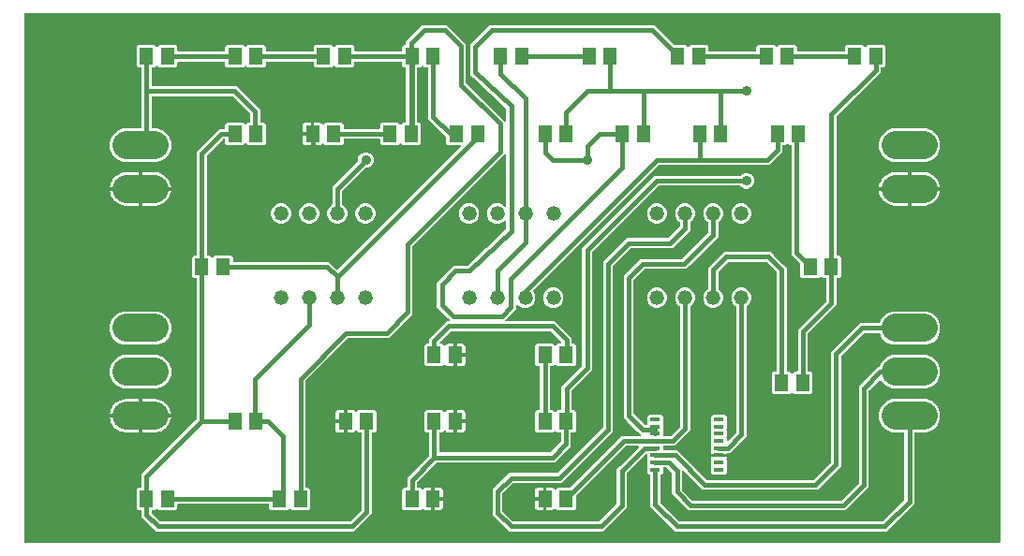
<source format=gbr>
G04 EAGLE Gerber RS-274X export*
G75*
%MOMM*%
%FSLAX34Y34*%
%LPD*%
%INTop Copper*%
%IPPOS*%
%AMOC8*
5,1,8,0,0,1.08239X$1,22.5*%
G01*
%ADD10R,1.300000X1.500000*%
%ADD11C,1.320800*%
%ADD12R,0.900000X0.350000*%
%ADD13C,2.514600*%
%ADD14C,0.914400*%
%ADD15C,0.381000*%

G36*
X891298Y10164D02*
X891298Y10164D01*
X891317Y10162D01*
X891419Y10184D01*
X891521Y10200D01*
X891538Y10210D01*
X891558Y10214D01*
X891647Y10267D01*
X891738Y10316D01*
X891752Y10330D01*
X891769Y10340D01*
X891836Y10419D01*
X891908Y10494D01*
X891916Y10512D01*
X891929Y10527D01*
X891968Y10623D01*
X892011Y10717D01*
X892013Y10737D01*
X892021Y10755D01*
X892039Y10922D01*
X892039Y488278D01*
X892036Y488298D01*
X892038Y488317D01*
X892016Y488419D01*
X892000Y488521D01*
X891990Y488538D01*
X891986Y488558D01*
X891933Y488647D01*
X891884Y488738D01*
X891870Y488752D01*
X891860Y488769D01*
X891781Y488836D01*
X891706Y488908D01*
X891688Y488916D01*
X891673Y488929D01*
X891577Y488968D01*
X891483Y489011D01*
X891463Y489013D01*
X891445Y489021D01*
X891278Y489039D01*
X10922Y489039D01*
X10902Y489036D01*
X10883Y489038D01*
X10781Y489016D01*
X10679Y489000D01*
X10662Y488990D01*
X10642Y488986D01*
X10553Y488933D01*
X10462Y488884D01*
X10448Y488870D01*
X10431Y488860D01*
X10364Y488781D01*
X10292Y488706D01*
X10284Y488688D01*
X10271Y488673D01*
X10232Y488577D01*
X10189Y488483D01*
X10187Y488463D01*
X10179Y488445D01*
X10161Y488278D01*
X10161Y10922D01*
X10164Y10902D01*
X10162Y10883D01*
X10184Y10781D01*
X10200Y10679D01*
X10210Y10662D01*
X10214Y10642D01*
X10267Y10553D01*
X10316Y10462D01*
X10330Y10448D01*
X10340Y10431D01*
X10419Y10364D01*
X10494Y10292D01*
X10512Y10284D01*
X10527Y10271D01*
X10623Y10232D01*
X10717Y10189D01*
X10737Y10187D01*
X10755Y10179D01*
X10922Y10161D01*
X891278Y10161D01*
X891298Y10164D01*
G37*
%LPC*%
G36*
X129408Y20554D02*
X129408Y20554D01*
X116054Y33908D01*
X116054Y39198D01*
X116051Y39218D01*
X116053Y39237D01*
X116031Y39339D01*
X116015Y39441D01*
X116005Y39458D01*
X116001Y39478D01*
X115948Y39567D01*
X115899Y39658D01*
X115885Y39672D01*
X115875Y39689D01*
X115796Y39756D01*
X115721Y39828D01*
X115703Y39836D01*
X115688Y39849D01*
X115592Y39888D01*
X115498Y39931D01*
X115478Y39933D01*
X115460Y39941D01*
X115293Y39959D01*
X112948Y39959D01*
X111459Y41448D01*
X111459Y58552D01*
X112948Y60041D01*
X115293Y60041D01*
X115313Y60044D01*
X115332Y60042D01*
X115434Y60064D01*
X115536Y60080D01*
X115553Y60090D01*
X115573Y60094D01*
X115662Y60147D01*
X115753Y60196D01*
X115767Y60210D01*
X115784Y60220D01*
X115851Y60299D01*
X115923Y60374D01*
X115931Y60392D01*
X115944Y60407D01*
X115983Y60503D01*
X116026Y60597D01*
X116028Y60617D01*
X116036Y60635D01*
X116054Y60802D01*
X116054Y72342D01*
X165831Y122119D01*
X165884Y122192D01*
X165944Y122262D01*
X165956Y122292D01*
X165975Y122318D01*
X166002Y122405D01*
X166036Y122490D01*
X166040Y122531D01*
X166047Y122553D01*
X166046Y122586D01*
X166054Y122657D01*
X166054Y249198D01*
X166051Y249216D01*
X166053Y249233D01*
X166053Y249234D01*
X166053Y249237D01*
X166031Y249339D01*
X166015Y249441D01*
X166005Y249458D01*
X166001Y249478D01*
X165948Y249567D01*
X165899Y249658D01*
X165885Y249672D01*
X165875Y249689D01*
X165796Y249756D01*
X165721Y249828D01*
X165703Y249836D01*
X165688Y249849D01*
X165592Y249888D01*
X165498Y249931D01*
X165478Y249933D01*
X165460Y249941D01*
X165293Y249959D01*
X162948Y249959D01*
X161459Y251448D01*
X161459Y268552D01*
X162948Y270041D01*
X165293Y270041D01*
X165313Y270044D01*
X165332Y270042D01*
X165434Y270064D01*
X165536Y270080D01*
X165553Y270090D01*
X165573Y270094D01*
X165662Y270147D01*
X165753Y270196D01*
X165767Y270210D01*
X165784Y270220D01*
X165851Y270299D01*
X165923Y270374D01*
X165931Y270392D01*
X165944Y270407D01*
X165983Y270503D01*
X166026Y270597D01*
X166028Y270617D01*
X166036Y270635D01*
X166054Y270802D01*
X166054Y364342D01*
X186158Y384446D01*
X190698Y384446D01*
X190718Y384449D01*
X190737Y384447D01*
X190839Y384469D01*
X190941Y384485D01*
X190958Y384495D01*
X190978Y384499D01*
X191067Y384552D01*
X191158Y384601D01*
X191172Y384615D01*
X191189Y384625D01*
X191256Y384704D01*
X191328Y384779D01*
X191336Y384797D01*
X191349Y384812D01*
X191388Y384908D01*
X191431Y385002D01*
X191433Y385022D01*
X191441Y385040D01*
X191459Y385207D01*
X191459Y388552D01*
X192948Y390041D01*
X208052Y390041D01*
X209462Y388631D01*
X209478Y388620D01*
X209490Y388604D01*
X209578Y388548D01*
X209661Y388488D01*
X209680Y388482D01*
X209697Y388471D01*
X209798Y388446D01*
X209897Y388416D01*
X209916Y388416D01*
X209936Y388411D01*
X210039Y388419D01*
X210142Y388422D01*
X210161Y388429D01*
X210181Y388430D01*
X210276Y388471D01*
X210373Y388506D01*
X210389Y388519D01*
X210407Y388527D01*
X210538Y388631D01*
X211948Y390041D01*
X213543Y390041D01*
X213563Y390044D01*
X213582Y390042D01*
X213684Y390064D01*
X213786Y390080D01*
X213803Y390090D01*
X213823Y390094D01*
X213912Y390147D01*
X214003Y390196D01*
X214017Y390210D01*
X214034Y390220D01*
X214101Y390299D01*
X214173Y390374D01*
X214181Y390392D01*
X214194Y390407D01*
X214233Y390503D01*
X214276Y390597D01*
X214278Y390617D01*
X214286Y390635D01*
X214304Y390802D01*
X214304Y397843D01*
X214290Y397933D01*
X214282Y398024D01*
X214270Y398054D01*
X214265Y398086D01*
X214222Y398167D01*
X214186Y398250D01*
X214160Y398283D01*
X214149Y398303D01*
X214126Y398325D01*
X214081Y398381D01*
X198381Y414081D01*
X198308Y414134D01*
X198238Y414194D01*
X198208Y414206D01*
X198182Y414225D01*
X198095Y414252D01*
X198010Y414286D01*
X197969Y414290D01*
X197947Y414297D01*
X197914Y414296D01*
X197843Y414304D01*
X125707Y414304D01*
X125687Y414301D01*
X125668Y414303D01*
X125566Y414281D01*
X125464Y414265D01*
X125447Y414255D01*
X125427Y414251D01*
X125338Y414198D01*
X125247Y414149D01*
X125233Y414135D01*
X125216Y414125D01*
X125149Y414046D01*
X125077Y413971D01*
X125069Y413953D01*
X125056Y413938D01*
X125017Y413842D01*
X124974Y413748D01*
X124972Y413728D01*
X124964Y413710D01*
X124946Y413543D01*
X124946Y385687D01*
X124949Y385667D01*
X124947Y385648D01*
X124969Y385546D01*
X124985Y385444D01*
X124995Y385427D01*
X124999Y385407D01*
X125052Y385318D01*
X125101Y385227D01*
X125115Y385213D01*
X125125Y385196D01*
X125204Y385129D01*
X125279Y385057D01*
X125297Y385049D01*
X125312Y385036D01*
X125408Y384997D01*
X125502Y384954D01*
X125522Y384952D01*
X125540Y384944D01*
X125707Y384926D01*
X130579Y384926D01*
X136134Y382625D01*
X140386Y378373D01*
X142687Y372818D01*
X142687Y366806D01*
X140386Y361251D01*
X136134Y356999D01*
X130579Y354698D01*
X99421Y354698D01*
X93866Y356999D01*
X89614Y361251D01*
X87313Y366806D01*
X87313Y372818D01*
X89614Y378373D01*
X93866Y382625D01*
X99421Y384926D01*
X115293Y384926D01*
X115313Y384929D01*
X115332Y384927D01*
X115434Y384949D01*
X115536Y384965D01*
X115553Y384975D01*
X115573Y384979D01*
X115662Y385032D01*
X115753Y385081D01*
X115767Y385095D01*
X115784Y385105D01*
X115851Y385184D01*
X115923Y385259D01*
X115931Y385277D01*
X115944Y385292D01*
X115983Y385388D01*
X116026Y385482D01*
X116028Y385502D01*
X116036Y385520D01*
X116054Y385687D01*
X116054Y439198D01*
X116051Y439218D01*
X116053Y439237D01*
X116031Y439339D01*
X116015Y439441D01*
X116005Y439458D01*
X116001Y439478D01*
X115948Y439567D01*
X115899Y439658D01*
X115885Y439672D01*
X115875Y439689D01*
X115796Y439756D01*
X115721Y439828D01*
X115703Y439836D01*
X115688Y439849D01*
X115592Y439888D01*
X115498Y439931D01*
X115478Y439933D01*
X115460Y439941D01*
X115293Y439959D01*
X112948Y439959D01*
X111459Y441448D01*
X111459Y458552D01*
X112948Y460041D01*
X128052Y460041D01*
X129462Y458631D01*
X129478Y458620D01*
X129490Y458604D01*
X129578Y458548D01*
X129661Y458488D01*
X129680Y458482D01*
X129697Y458471D01*
X129798Y458446D01*
X129897Y458416D01*
X129916Y458416D01*
X129936Y458411D01*
X130039Y458419D01*
X130142Y458422D01*
X130161Y458429D01*
X130181Y458430D01*
X130276Y458471D01*
X130373Y458506D01*
X130389Y458519D01*
X130407Y458527D01*
X130538Y458631D01*
X131948Y460041D01*
X147052Y460041D01*
X148541Y458552D01*
X148541Y455207D01*
X148544Y455187D01*
X148542Y455168D01*
X148564Y455066D01*
X148580Y454964D01*
X148590Y454947D01*
X148594Y454927D01*
X148647Y454838D01*
X148696Y454747D01*
X148710Y454733D01*
X148720Y454716D01*
X148799Y454649D01*
X148874Y454577D01*
X148892Y454569D01*
X148907Y454556D01*
X149003Y454517D01*
X149097Y454474D01*
X149117Y454472D01*
X149135Y454464D01*
X149302Y454446D01*
X190698Y454446D01*
X190718Y454449D01*
X190737Y454447D01*
X190839Y454469D01*
X190941Y454485D01*
X190958Y454495D01*
X190978Y454499D01*
X191067Y454552D01*
X191158Y454601D01*
X191172Y454615D01*
X191189Y454625D01*
X191256Y454704D01*
X191328Y454779D01*
X191336Y454797D01*
X191349Y454812D01*
X191388Y454908D01*
X191431Y455002D01*
X191433Y455022D01*
X191441Y455040D01*
X191459Y455207D01*
X191459Y458552D01*
X192948Y460041D01*
X208052Y460041D01*
X209462Y458631D01*
X209478Y458620D01*
X209490Y458604D01*
X209578Y458548D01*
X209661Y458488D01*
X209680Y458482D01*
X209697Y458471D01*
X209798Y458446D01*
X209897Y458416D01*
X209916Y458416D01*
X209936Y458411D01*
X210039Y458419D01*
X210142Y458422D01*
X210161Y458429D01*
X210181Y458430D01*
X210276Y458471D01*
X210373Y458506D01*
X210389Y458519D01*
X210407Y458527D01*
X210538Y458631D01*
X211948Y460041D01*
X227052Y460041D01*
X228541Y458552D01*
X228541Y455207D01*
X228544Y455187D01*
X228542Y455168D01*
X228564Y455066D01*
X228580Y454964D01*
X228590Y454947D01*
X228594Y454927D01*
X228647Y454838D01*
X228696Y454747D01*
X228710Y454733D01*
X228720Y454716D01*
X228799Y454649D01*
X228874Y454577D01*
X228892Y454569D01*
X228907Y454556D01*
X229003Y454517D01*
X229097Y454474D01*
X229117Y454472D01*
X229135Y454464D01*
X229302Y454446D01*
X270698Y454446D01*
X270718Y454449D01*
X270737Y454447D01*
X270839Y454469D01*
X270941Y454485D01*
X270958Y454495D01*
X270978Y454499D01*
X271067Y454552D01*
X271158Y454601D01*
X271172Y454615D01*
X271189Y454625D01*
X271256Y454704D01*
X271328Y454779D01*
X271336Y454797D01*
X271349Y454812D01*
X271388Y454908D01*
X271431Y455002D01*
X271433Y455022D01*
X271441Y455040D01*
X271459Y455207D01*
X271459Y458552D01*
X272948Y460041D01*
X288052Y460041D01*
X289462Y458631D01*
X289478Y458620D01*
X289490Y458604D01*
X289578Y458548D01*
X289661Y458488D01*
X289680Y458482D01*
X289697Y458471D01*
X289798Y458446D01*
X289897Y458416D01*
X289916Y458416D01*
X289936Y458411D01*
X290039Y458419D01*
X290142Y458422D01*
X290161Y458429D01*
X290181Y458430D01*
X290276Y458471D01*
X290373Y458506D01*
X290389Y458519D01*
X290407Y458527D01*
X290538Y458631D01*
X291948Y460041D01*
X307052Y460041D01*
X308541Y458552D01*
X308541Y455207D01*
X308544Y455187D01*
X308542Y455168D01*
X308564Y455066D01*
X308580Y454964D01*
X308590Y454947D01*
X308594Y454927D01*
X308647Y454838D01*
X308696Y454747D01*
X308710Y454733D01*
X308720Y454716D01*
X308799Y454649D01*
X308874Y454577D01*
X308892Y454569D01*
X308907Y454556D01*
X309003Y454517D01*
X309097Y454474D01*
X309117Y454472D01*
X309135Y454464D01*
X309302Y454446D01*
X350698Y454446D01*
X350718Y454449D01*
X350737Y454447D01*
X350839Y454469D01*
X350941Y454485D01*
X350958Y454495D01*
X350978Y454499D01*
X351067Y454552D01*
X351158Y454601D01*
X351172Y454615D01*
X351189Y454625D01*
X351256Y454704D01*
X351328Y454779D01*
X351336Y454797D01*
X351349Y454812D01*
X351388Y454908D01*
X351431Y455002D01*
X351433Y455022D01*
X351441Y455040D01*
X351459Y455207D01*
X351459Y458552D01*
X352948Y460041D01*
X354293Y460041D01*
X354313Y460044D01*
X354332Y460042D01*
X354434Y460064D01*
X354536Y460080D01*
X354553Y460090D01*
X354573Y460094D01*
X354662Y460147D01*
X354753Y460196D01*
X354767Y460210D01*
X354784Y460220D01*
X354851Y460299D01*
X354923Y460374D01*
X354931Y460392D01*
X354944Y460407D01*
X354983Y460503D01*
X355026Y460597D01*
X355028Y460617D01*
X355036Y460635D01*
X355054Y460802D01*
X355054Y464089D01*
X369475Y478510D01*
X391930Y478510D01*
X409039Y461401D01*
X409039Y426624D01*
X409053Y426534D01*
X409061Y426443D01*
X409073Y426413D01*
X409078Y426381D01*
X409121Y426300D01*
X409157Y426216D01*
X409183Y426184D01*
X409193Y426164D01*
X409217Y426141D01*
X409262Y426085D01*
X441683Y393664D01*
X444255Y391092D01*
X444313Y391050D01*
X444365Y391001D01*
X444412Y390979D01*
X444454Y390949D01*
X444523Y390928D01*
X444588Y390897D01*
X444640Y390892D01*
X444690Y390876D01*
X444761Y390878D01*
X444832Y390870D01*
X444883Y390881D01*
X444935Y390883D01*
X445003Y390907D01*
X445073Y390923D01*
X445118Y390949D01*
X445166Y390967D01*
X445222Y391012D01*
X445284Y391049D01*
X445318Y391088D01*
X445358Y391121D01*
X445397Y391181D01*
X445444Y391236D01*
X445463Y391284D01*
X445491Y391328D01*
X445509Y391397D01*
X445536Y391464D01*
X445544Y391535D01*
X445552Y391566D01*
X445550Y391590D01*
X445554Y391631D01*
X445554Y402756D01*
X445538Y402858D01*
X445526Y402961D01*
X445518Y402979D01*
X445515Y402999D01*
X445466Y403090D01*
X445423Y403184D01*
X445407Y403203D01*
X445399Y403216D01*
X445376Y403238D01*
X445314Y403311D01*
X415897Y430892D01*
X415832Y430936D01*
X415772Y430988D01*
X415730Y431004D01*
X415693Y431029D01*
X415652Y431040D01*
X414351Y432341D01*
X414343Y432347D01*
X414334Y432358D01*
X412994Y433615D01*
X412990Y433621D01*
X412990Y435460D01*
X412989Y435470D01*
X412990Y435485D01*
X412931Y437321D01*
X412942Y437363D01*
X412972Y437436D01*
X412978Y437495D01*
X412986Y437524D01*
X412984Y437551D01*
X412990Y437603D01*
X412990Y461025D01*
X430475Y478510D01*
X579277Y478510D01*
X597524Y460264D01*
X597597Y460211D01*
X597667Y460151D01*
X597697Y460139D01*
X597723Y460120D01*
X597810Y460093D01*
X597895Y460059D01*
X597936Y460055D01*
X597958Y460048D01*
X597991Y460049D01*
X598062Y460041D01*
X608052Y460041D01*
X609462Y458631D01*
X609478Y458620D01*
X609490Y458604D01*
X609578Y458548D01*
X609661Y458488D01*
X609680Y458482D01*
X609697Y458471D01*
X609798Y458446D01*
X609897Y458416D01*
X609916Y458416D01*
X609936Y458411D01*
X610039Y458419D01*
X610142Y458422D01*
X610161Y458429D01*
X610181Y458430D01*
X610276Y458471D01*
X610373Y458506D01*
X610389Y458519D01*
X610407Y458527D01*
X610538Y458631D01*
X611948Y460041D01*
X627052Y460041D01*
X628541Y458552D01*
X628541Y455207D01*
X628544Y455187D01*
X628542Y455168D01*
X628564Y455066D01*
X628580Y454964D01*
X628590Y454947D01*
X628594Y454927D01*
X628647Y454838D01*
X628696Y454747D01*
X628710Y454733D01*
X628720Y454716D01*
X628799Y454649D01*
X628874Y454577D01*
X628892Y454569D01*
X628907Y454556D01*
X629003Y454517D01*
X629097Y454474D01*
X629117Y454472D01*
X629135Y454464D01*
X629302Y454446D01*
X670698Y454446D01*
X670718Y454449D01*
X670737Y454447D01*
X670839Y454469D01*
X670941Y454485D01*
X670958Y454495D01*
X670978Y454499D01*
X671067Y454552D01*
X671158Y454601D01*
X671172Y454615D01*
X671189Y454625D01*
X671256Y454704D01*
X671328Y454779D01*
X671336Y454797D01*
X671349Y454812D01*
X671388Y454908D01*
X671431Y455002D01*
X671433Y455022D01*
X671441Y455040D01*
X671459Y455207D01*
X671459Y458552D01*
X672948Y460041D01*
X688052Y460041D01*
X689462Y458631D01*
X689478Y458620D01*
X689490Y458604D01*
X689578Y458548D01*
X689661Y458488D01*
X689680Y458482D01*
X689697Y458471D01*
X689798Y458446D01*
X689897Y458416D01*
X689916Y458416D01*
X689936Y458411D01*
X690039Y458419D01*
X690142Y458422D01*
X690161Y458429D01*
X690181Y458430D01*
X690276Y458471D01*
X690373Y458506D01*
X690389Y458519D01*
X690407Y458527D01*
X690538Y458631D01*
X691948Y460041D01*
X707052Y460041D01*
X708541Y458552D01*
X708541Y455207D01*
X708544Y455187D01*
X708542Y455168D01*
X708564Y455066D01*
X708580Y454964D01*
X708590Y454947D01*
X708594Y454927D01*
X708647Y454838D01*
X708696Y454747D01*
X708710Y454733D01*
X708720Y454716D01*
X708799Y454649D01*
X708874Y454577D01*
X708892Y454569D01*
X708907Y454556D01*
X709003Y454517D01*
X709097Y454474D01*
X709117Y454472D01*
X709135Y454464D01*
X709302Y454446D01*
X750698Y454446D01*
X750718Y454449D01*
X750737Y454447D01*
X750839Y454469D01*
X750941Y454485D01*
X750958Y454495D01*
X750978Y454499D01*
X751067Y454552D01*
X751158Y454601D01*
X751172Y454615D01*
X751189Y454625D01*
X751256Y454704D01*
X751328Y454779D01*
X751336Y454797D01*
X751349Y454812D01*
X751388Y454908D01*
X751431Y455002D01*
X751433Y455022D01*
X751441Y455040D01*
X751459Y455207D01*
X751459Y458552D01*
X752948Y460041D01*
X768052Y460041D01*
X769462Y458631D01*
X769478Y458620D01*
X769490Y458604D01*
X769578Y458548D01*
X769661Y458488D01*
X769680Y458482D01*
X769697Y458471D01*
X769798Y458446D01*
X769897Y458416D01*
X769916Y458416D01*
X769936Y458411D01*
X770039Y458419D01*
X770142Y458422D01*
X770161Y458429D01*
X770181Y458430D01*
X770276Y458471D01*
X770373Y458506D01*
X770389Y458519D01*
X770407Y458527D01*
X770538Y458631D01*
X771948Y460041D01*
X787052Y460041D01*
X788541Y458552D01*
X788541Y441448D01*
X787052Y439959D01*
X784707Y439959D01*
X784687Y439956D01*
X784668Y439958D01*
X784566Y439936D01*
X784464Y439920D01*
X784447Y439910D01*
X784427Y439906D01*
X784338Y439853D01*
X784247Y439804D01*
X784233Y439790D01*
X784216Y439780D01*
X784149Y439701D01*
X784077Y439626D01*
X784069Y439608D01*
X784056Y439593D01*
X784017Y439497D01*
X783974Y439403D01*
X783972Y439383D01*
X783964Y439365D01*
X783946Y439198D01*
X783946Y435658D01*
X744169Y395881D01*
X744125Y395821D01*
X744088Y395781D01*
X744081Y395767D01*
X744056Y395738D01*
X744044Y395708D01*
X744025Y395682D01*
X743998Y395595D01*
X743964Y395510D01*
X743960Y395469D01*
X743953Y395447D01*
X743954Y395414D01*
X743946Y395343D01*
X743946Y270802D01*
X743949Y270782D01*
X743947Y270763D01*
X743969Y270661D01*
X743985Y270559D01*
X743995Y270542D01*
X743999Y270522D01*
X744052Y270433D01*
X744101Y270342D01*
X744115Y270328D01*
X744125Y270311D01*
X744204Y270244D01*
X744279Y270172D01*
X744297Y270164D01*
X744312Y270151D01*
X744408Y270112D01*
X744502Y270069D01*
X744522Y270067D01*
X744540Y270059D01*
X744707Y270041D01*
X747052Y270041D01*
X748541Y268552D01*
X748541Y251448D01*
X747052Y249959D01*
X744707Y249959D01*
X744687Y249956D01*
X744668Y249958D01*
X744566Y249936D01*
X744464Y249920D01*
X744447Y249910D01*
X744427Y249906D01*
X744338Y249853D01*
X744247Y249804D01*
X744233Y249790D01*
X744216Y249780D01*
X744149Y249701D01*
X744077Y249626D01*
X744069Y249608D01*
X744056Y249593D01*
X744017Y249497D01*
X743974Y249403D01*
X743972Y249383D01*
X743964Y249365D01*
X743946Y249198D01*
X743946Y225158D01*
X718219Y199431D01*
X718166Y199358D01*
X718106Y199288D01*
X718094Y199258D01*
X718075Y199232D01*
X718048Y199145D01*
X718014Y199060D01*
X718010Y199019D01*
X718003Y198997D01*
X718004Y198964D01*
X717996Y198893D01*
X717996Y165802D01*
X717999Y165782D01*
X717997Y165763D01*
X718019Y165661D01*
X718035Y165559D01*
X718045Y165542D01*
X718049Y165522D01*
X718102Y165433D01*
X718151Y165342D01*
X718165Y165328D01*
X718175Y165311D01*
X718254Y165244D01*
X718329Y165172D01*
X718347Y165164D01*
X718362Y165151D01*
X718458Y165112D01*
X718552Y165069D01*
X718572Y165067D01*
X718590Y165059D01*
X718757Y165041D01*
X721102Y165041D01*
X722591Y163552D01*
X722591Y146448D01*
X721102Y144959D01*
X705998Y144959D01*
X704588Y146369D01*
X704572Y146380D01*
X704560Y146396D01*
X704472Y146452D01*
X704389Y146512D01*
X704370Y146518D01*
X704353Y146529D01*
X704252Y146554D01*
X704153Y146584D01*
X704134Y146584D01*
X704114Y146589D01*
X704011Y146581D01*
X703908Y146578D01*
X703889Y146571D01*
X703869Y146570D01*
X703774Y146529D01*
X703677Y146494D01*
X703661Y146481D01*
X703643Y146473D01*
X703512Y146369D01*
X702102Y144959D01*
X686998Y144959D01*
X685509Y146448D01*
X685509Y163552D01*
X686998Y165041D01*
X689343Y165041D01*
X689363Y165044D01*
X689382Y165042D01*
X689484Y165064D01*
X689586Y165080D01*
X689603Y165090D01*
X689623Y165094D01*
X689712Y165147D01*
X689803Y165196D01*
X689817Y165210D01*
X689834Y165220D01*
X689901Y165299D01*
X689973Y165374D01*
X689981Y165392D01*
X689994Y165407D01*
X690033Y165503D01*
X690076Y165597D01*
X690078Y165617D01*
X690086Y165635D01*
X690104Y165802D01*
X690104Y254743D01*
X690090Y254833D01*
X690082Y254924D01*
X690070Y254954D01*
X690065Y254986D01*
X690022Y255067D01*
X689986Y255151D01*
X689960Y255183D01*
X689949Y255203D01*
X689926Y255226D01*
X689881Y255281D01*
X681081Y264081D01*
X681008Y264134D01*
X680938Y264194D01*
X680908Y264206D01*
X680882Y264225D01*
X680795Y264252D01*
X680710Y264286D01*
X680669Y264290D01*
X680647Y264297D01*
X680614Y264296D01*
X680543Y264304D01*
X646707Y264304D01*
X646617Y264290D01*
X646526Y264282D01*
X646496Y264270D01*
X646464Y264265D01*
X646383Y264222D01*
X646299Y264186D01*
X646267Y264160D01*
X646247Y264149D01*
X646224Y264126D01*
X646169Y264081D01*
X637369Y255281D01*
X637316Y255208D01*
X637256Y255138D01*
X637244Y255108D01*
X637225Y255082D01*
X637198Y254995D01*
X637164Y254910D01*
X637160Y254869D01*
X637153Y254847D01*
X637154Y254814D01*
X637146Y254743D01*
X637146Y240465D01*
X637165Y240351D01*
X637182Y240234D01*
X637184Y240229D01*
X637185Y240223D01*
X637240Y240120D01*
X637293Y240015D01*
X637298Y240011D01*
X637301Y240005D01*
X637385Y239925D01*
X637469Y239843D01*
X637475Y239839D01*
X637479Y239836D01*
X637496Y239828D01*
X637616Y239762D01*
X637880Y239653D01*
X640453Y237080D01*
X641845Y233719D01*
X641845Y230081D01*
X640453Y226720D01*
X637880Y224147D01*
X634519Y222755D01*
X630881Y222755D01*
X627520Y224147D01*
X624947Y226720D01*
X623555Y230081D01*
X623555Y233719D01*
X624947Y237080D01*
X627520Y239653D01*
X627784Y239762D01*
X627884Y239824D01*
X627984Y239884D01*
X627988Y239888D01*
X627993Y239892D01*
X628068Y239982D01*
X628144Y240070D01*
X628146Y240076D01*
X628150Y240081D01*
X628192Y240190D01*
X628236Y240299D01*
X628237Y240306D01*
X628238Y240311D01*
X628239Y240329D01*
X628254Y240465D01*
X628254Y258742D01*
X631081Y261569D01*
X639881Y270369D01*
X642708Y273196D01*
X684542Y273196D01*
X687369Y270369D01*
X696169Y261569D01*
X698996Y258742D01*
X698996Y165802D01*
X698999Y165782D01*
X698997Y165763D01*
X699019Y165661D01*
X699035Y165559D01*
X699045Y165542D01*
X699049Y165522D01*
X699102Y165433D01*
X699151Y165342D01*
X699165Y165328D01*
X699175Y165311D01*
X699254Y165244D01*
X699329Y165172D01*
X699347Y165164D01*
X699362Y165151D01*
X699458Y165112D01*
X699552Y165069D01*
X699572Y165067D01*
X699590Y165059D01*
X699757Y165041D01*
X702102Y165041D01*
X703512Y163631D01*
X703528Y163620D01*
X703540Y163604D01*
X703628Y163548D01*
X703711Y163488D01*
X703730Y163482D01*
X703747Y163471D01*
X703848Y163446D01*
X703947Y163416D01*
X703966Y163416D01*
X703986Y163411D01*
X704089Y163419D01*
X704192Y163422D01*
X704211Y163429D01*
X704231Y163430D01*
X704326Y163471D01*
X704423Y163506D01*
X704439Y163519D01*
X704457Y163527D01*
X704588Y163631D01*
X705998Y165041D01*
X708343Y165041D01*
X708363Y165044D01*
X708382Y165042D01*
X708484Y165064D01*
X708586Y165080D01*
X708603Y165090D01*
X708623Y165094D01*
X708712Y165147D01*
X708803Y165196D01*
X708817Y165210D01*
X708834Y165220D01*
X708901Y165299D01*
X708973Y165374D01*
X708981Y165392D01*
X708994Y165407D01*
X709033Y165503D01*
X709076Y165597D01*
X709078Y165617D01*
X709086Y165635D01*
X709104Y165802D01*
X709104Y202892D01*
X734831Y228619D01*
X734884Y228692D01*
X734944Y228762D01*
X734956Y228792D01*
X734975Y228818D01*
X735002Y228905D01*
X735036Y228990D01*
X735040Y229031D01*
X735047Y229053D01*
X735046Y229086D01*
X735054Y229157D01*
X735054Y249198D01*
X735051Y249216D01*
X735053Y249233D01*
X735053Y249234D01*
X735053Y249237D01*
X735031Y249339D01*
X735015Y249441D01*
X735005Y249458D01*
X735001Y249478D01*
X734948Y249567D01*
X734899Y249658D01*
X734885Y249672D01*
X734875Y249689D01*
X734796Y249756D01*
X734721Y249828D01*
X734703Y249836D01*
X734688Y249849D01*
X734592Y249888D01*
X734498Y249931D01*
X734478Y249933D01*
X734460Y249941D01*
X734293Y249959D01*
X731948Y249959D01*
X730538Y251369D01*
X730522Y251380D01*
X730510Y251396D01*
X730422Y251452D01*
X730339Y251512D01*
X730320Y251518D01*
X730303Y251529D01*
X730202Y251554D01*
X730103Y251584D01*
X730084Y251584D01*
X730064Y251589D01*
X729961Y251581D01*
X729858Y251578D01*
X729839Y251571D01*
X729819Y251570D01*
X729724Y251529D01*
X729627Y251494D01*
X729611Y251481D01*
X729593Y251473D01*
X729462Y251369D01*
X728052Y249959D01*
X712948Y249959D01*
X711459Y251448D01*
X711459Y262438D01*
X711445Y262528D01*
X711437Y262619D01*
X711425Y262649D01*
X711420Y262681D01*
X711377Y262762D01*
X711341Y262845D01*
X711315Y262878D01*
X711304Y262898D01*
X711281Y262920D01*
X711236Y262976D01*
X703554Y270658D01*
X703554Y369198D01*
X703551Y369218D01*
X703553Y369237D01*
X703531Y369339D01*
X703515Y369441D01*
X703505Y369458D01*
X703501Y369478D01*
X703448Y369567D01*
X703399Y369658D01*
X703385Y369672D01*
X703375Y369689D01*
X703296Y369756D01*
X703221Y369828D01*
X703203Y369836D01*
X703188Y369849D01*
X703092Y369888D01*
X702998Y369931D01*
X702978Y369933D01*
X702960Y369941D01*
X702793Y369959D01*
X701948Y369959D01*
X700538Y371369D01*
X700522Y371380D01*
X700510Y371396D01*
X700422Y371452D01*
X700339Y371512D01*
X700320Y371518D01*
X700303Y371529D01*
X700202Y371554D01*
X700103Y371584D01*
X700084Y371584D01*
X700064Y371589D01*
X699961Y371581D01*
X699858Y371578D01*
X699839Y371571D01*
X699819Y371570D01*
X699724Y371529D01*
X699627Y371494D01*
X699611Y371481D01*
X699593Y371473D01*
X699462Y371369D01*
X698052Y369959D01*
X695707Y369959D01*
X695687Y369956D01*
X695668Y369958D01*
X695566Y369936D01*
X695464Y369920D01*
X695447Y369910D01*
X695427Y369906D01*
X695338Y369853D01*
X695247Y369804D01*
X695233Y369790D01*
X695216Y369780D01*
X695149Y369701D01*
X695077Y369626D01*
X695069Y369608D01*
X695056Y369593D01*
X695017Y369497D01*
X694974Y369403D01*
X694972Y369383D01*
X694964Y369365D01*
X694946Y369198D01*
X694946Y363658D01*
X683092Y351804D01*
X583407Y351804D01*
X583317Y351790D01*
X583226Y351782D01*
X583196Y351770D01*
X583164Y351765D01*
X583083Y351722D01*
X583000Y351686D01*
X582967Y351660D01*
X582947Y351649D01*
X582925Y351626D01*
X582869Y351581D01*
X469948Y238661D01*
X469937Y238645D01*
X469921Y238632D01*
X469865Y238545D01*
X469805Y238461D01*
X469799Y238442D01*
X469788Y238425D01*
X469763Y238325D01*
X469732Y238226D01*
X469733Y238206D01*
X469728Y238187D01*
X469736Y238084D01*
X469739Y237980D01*
X469746Y237961D01*
X469747Y237942D01*
X469787Y237847D01*
X469823Y237749D01*
X469836Y237734D01*
X469843Y237715D01*
X469948Y237584D01*
X470453Y237080D01*
X471845Y233719D01*
X471845Y230081D01*
X470453Y226720D01*
X467880Y224147D01*
X464519Y222755D01*
X460881Y222755D01*
X457520Y224147D01*
X455596Y226071D01*
X455538Y226113D01*
X455486Y226163D01*
X455439Y226184D01*
X455396Y226215D01*
X455328Y226236D01*
X455263Y226266D01*
X455211Y226272D01*
X455161Y226287D01*
X455090Y226285D01*
X455018Y226293D01*
X454968Y226282D01*
X454915Y226281D01*
X454848Y226256D01*
X454778Y226241D01*
X454733Y226214D01*
X454684Y226196D01*
X454628Y226152D01*
X454567Y226115D01*
X454533Y226075D01*
X454492Y226043D01*
X454454Y225982D01*
X454407Y225928D01*
X454388Y225880D01*
X454359Y225836D01*
X454342Y225766D01*
X454315Y225700D01*
X454307Y225628D01*
X454299Y225597D01*
X454301Y225574D01*
X454297Y225533D01*
X454297Y221272D01*
X451469Y218445D01*
X445019Y211995D01*
X444978Y211937D01*
X444928Y211885D01*
X444906Y211838D01*
X444876Y211796D01*
X444855Y211727D01*
X444825Y211662D01*
X444819Y211610D01*
X444804Y211560D01*
X444805Y211489D01*
X444797Y211418D01*
X444809Y211367D01*
X444810Y211315D01*
X444835Y211247D01*
X444850Y211177D01*
X444876Y211132D01*
X444894Y211084D01*
X444939Y211028D01*
X444976Y210966D01*
X445015Y210932D01*
X445048Y210892D01*
X445108Y210853D01*
X445163Y210806D01*
X445211Y210787D01*
X445255Y210759D01*
X445324Y210741D01*
X445391Y210714D01*
X445462Y210706D01*
X445493Y210698D01*
X445517Y210700D01*
X445558Y210696D01*
X489342Y210696D01*
X504446Y195592D01*
X504446Y190802D01*
X504449Y190782D01*
X504447Y190763D01*
X504469Y190661D01*
X504485Y190559D01*
X504495Y190542D01*
X504499Y190522D01*
X504552Y190433D01*
X504601Y190342D01*
X504615Y190328D01*
X504625Y190311D01*
X504704Y190244D01*
X504779Y190172D01*
X504797Y190164D01*
X504812Y190151D01*
X504908Y190112D01*
X505002Y190069D01*
X505022Y190067D01*
X505040Y190059D01*
X505207Y190041D01*
X507052Y190041D01*
X508541Y188552D01*
X508541Y171448D01*
X507052Y169959D01*
X491948Y169959D01*
X490538Y171369D01*
X490522Y171380D01*
X490510Y171396D01*
X490422Y171452D01*
X490339Y171512D01*
X490320Y171518D01*
X490303Y171529D01*
X490202Y171554D01*
X490103Y171584D01*
X490084Y171584D01*
X490064Y171589D01*
X489961Y171581D01*
X489858Y171578D01*
X489839Y171571D01*
X489819Y171570D01*
X489724Y171529D01*
X489627Y171494D01*
X489611Y171481D01*
X489593Y171473D01*
X489462Y171369D01*
X488052Y169959D01*
X485707Y169959D01*
X485687Y169956D01*
X485668Y169958D01*
X485566Y169936D01*
X485464Y169920D01*
X485447Y169910D01*
X485427Y169906D01*
X485338Y169853D01*
X485247Y169804D01*
X485233Y169790D01*
X485216Y169780D01*
X485149Y169701D01*
X485077Y169626D01*
X485069Y169608D01*
X485056Y169593D01*
X485017Y169497D01*
X484974Y169403D01*
X484972Y169383D01*
X484964Y169365D01*
X484946Y169198D01*
X484946Y130802D01*
X484949Y130782D01*
X484947Y130763D01*
X484969Y130661D01*
X484985Y130559D01*
X484995Y130542D01*
X484999Y130522D01*
X485052Y130433D01*
X485101Y130342D01*
X485115Y130328D01*
X485125Y130311D01*
X485204Y130244D01*
X485279Y130172D01*
X485297Y130164D01*
X485312Y130151D01*
X485408Y130112D01*
X485502Y130069D01*
X485522Y130067D01*
X485540Y130059D01*
X485707Y130041D01*
X488052Y130041D01*
X489462Y128631D01*
X489478Y128620D01*
X489490Y128604D01*
X489578Y128548D01*
X489661Y128488D01*
X489680Y128482D01*
X489697Y128471D01*
X489798Y128446D01*
X489897Y128416D01*
X489916Y128416D01*
X489936Y128411D01*
X490039Y128419D01*
X490142Y128422D01*
X490161Y128429D01*
X490181Y128430D01*
X490276Y128471D01*
X490373Y128506D01*
X490389Y128519D01*
X490407Y128527D01*
X490538Y128631D01*
X491948Y130041D01*
X494793Y130041D01*
X494813Y130044D01*
X494832Y130042D01*
X494934Y130064D01*
X495036Y130080D01*
X495053Y130090D01*
X495073Y130094D01*
X495162Y130147D01*
X495253Y130196D01*
X495267Y130210D01*
X495284Y130220D01*
X495351Y130299D01*
X495423Y130374D01*
X495431Y130392D01*
X495444Y130407D01*
X495483Y130503D01*
X495526Y130597D01*
X495528Y130617D01*
X495536Y130635D01*
X495554Y130802D01*
X495554Y151842D01*
X514081Y170369D01*
X514134Y170442D01*
X514194Y170512D01*
X514206Y170542D01*
X514225Y170568D01*
X514252Y170655D01*
X514286Y170740D01*
X514290Y170781D01*
X514297Y170803D01*
X514296Y170836D01*
X514304Y170907D01*
X514304Y276842D01*
X579408Y341946D01*
X656571Y341946D01*
X656662Y341960D01*
X656752Y341968D01*
X656782Y341980D01*
X656814Y341985D01*
X656895Y342028D01*
X656979Y342064D01*
X657011Y342090D01*
X657032Y342101D01*
X657054Y342124D01*
X657110Y342169D01*
X658471Y343530D01*
X661085Y344613D01*
X663915Y344613D01*
X666529Y343530D01*
X668530Y341529D01*
X669613Y338915D01*
X669613Y336085D01*
X668530Y333471D01*
X666529Y331470D01*
X663915Y330387D01*
X661085Y330387D01*
X658471Y331470D01*
X657110Y332831D01*
X657036Y332884D01*
X656966Y332944D01*
X656936Y332956D01*
X656910Y332975D01*
X656823Y333002D01*
X656738Y333036D01*
X656697Y333040D01*
X656675Y333047D01*
X656643Y333046D01*
X656571Y333054D01*
X583407Y333054D01*
X583317Y333040D01*
X583226Y333032D01*
X583196Y333020D01*
X583164Y333015D01*
X583083Y332972D01*
X583000Y332936D01*
X582967Y332910D01*
X582947Y332899D01*
X582925Y332876D01*
X582869Y332831D01*
X523419Y273381D01*
X523366Y273308D01*
X523306Y273238D01*
X523294Y273208D01*
X523275Y273182D01*
X523248Y273095D01*
X523214Y273010D01*
X523210Y272969D01*
X523203Y272947D01*
X523204Y272914D01*
X523196Y272843D01*
X523196Y166908D01*
X504669Y148381D01*
X504616Y148308D01*
X504556Y148238D01*
X504544Y148208D01*
X504525Y148182D01*
X504498Y148095D01*
X504464Y148010D01*
X504460Y147969D01*
X504453Y147947D01*
X504454Y147914D01*
X504446Y147843D01*
X504446Y130802D01*
X504449Y130782D01*
X504447Y130763D01*
X504469Y130661D01*
X504485Y130559D01*
X504495Y130542D01*
X504499Y130522D01*
X504552Y130433D01*
X504601Y130342D01*
X504615Y130328D01*
X504625Y130311D01*
X504704Y130244D01*
X504779Y130172D01*
X504797Y130164D01*
X504812Y130151D01*
X504908Y130112D01*
X505002Y130069D01*
X505022Y130067D01*
X505040Y130059D01*
X505207Y130041D01*
X507052Y130041D01*
X508541Y128552D01*
X508541Y111448D01*
X507052Y109959D01*
X504707Y109959D01*
X504687Y109956D01*
X504668Y109958D01*
X504566Y109936D01*
X504464Y109920D01*
X504447Y109910D01*
X504427Y109906D01*
X504338Y109853D01*
X504247Y109804D01*
X504233Y109790D01*
X504216Y109780D01*
X504149Y109701D01*
X504077Y109626D01*
X504069Y109608D01*
X504056Y109593D01*
X504017Y109497D01*
X503974Y109403D01*
X503972Y109383D01*
X503964Y109365D01*
X503946Y109198D01*
X503946Y97658D01*
X489342Y83054D01*
X383407Y83054D01*
X383317Y83040D01*
X383226Y83032D01*
X383196Y83020D01*
X383164Y83015D01*
X383083Y82972D01*
X383000Y82936D01*
X382967Y82910D01*
X382947Y82899D01*
X382925Y82876D01*
X382869Y82831D01*
X365169Y65131D01*
X365116Y65058D01*
X365056Y64988D01*
X365044Y64958D01*
X365025Y64932D01*
X364998Y64845D01*
X364964Y64760D01*
X364960Y64719D01*
X364953Y64697D01*
X364954Y64664D01*
X364946Y64593D01*
X364946Y60802D01*
X364949Y60782D01*
X364947Y60763D01*
X364969Y60661D01*
X364985Y60559D01*
X364995Y60542D01*
X364999Y60522D01*
X365052Y60433D01*
X365101Y60342D01*
X365115Y60328D01*
X365125Y60311D01*
X365204Y60244D01*
X365279Y60172D01*
X365297Y60164D01*
X365312Y60151D01*
X365408Y60112D01*
X365502Y60069D01*
X365522Y60067D01*
X365540Y60059D01*
X365707Y60041D01*
X368052Y60041D01*
X369558Y58536D01*
X369653Y58467D01*
X369750Y58396D01*
X369754Y58394D01*
X369757Y58392D01*
X369870Y58357D01*
X369984Y58321D01*
X369988Y58321D01*
X369992Y58320D01*
X370111Y58323D01*
X370230Y58325D01*
X370234Y58326D01*
X370238Y58326D01*
X370350Y58367D01*
X370462Y58406D01*
X370465Y58409D01*
X370469Y58410D01*
X370563Y58485D01*
X370656Y58558D01*
X370659Y58562D01*
X370661Y58564D01*
X370669Y58576D01*
X370755Y58693D01*
X370967Y59060D01*
X371440Y59533D01*
X372019Y59868D01*
X372666Y60041D01*
X377977Y60041D01*
X377977Y50762D01*
X377980Y50742D01*
X377978Y50723D01*
X378000Y50621D01*
X378017Y50519D01*
X378026Y50502D01*
X378030Y50482D01*
X378083Y50393D01*
X378132Y50302D01*
X378146Y50288D01*
X378156Y50271D01*
X378235Y50204D01*
X378310Y50133D01*
X378328Y50124D01*
X378343Y50111D01*
X378439Y50072D01*
X378533Y50029D01*
X378553Y50027D01*
X378571Y50019D01*
X378738Y50001D01*
X379501Y50001D01*
X379501Y49999D01*
X378738Y49999D01*
X378718Y49996D01*
X378699Y49998D01*
X378597Y49976D01*
X378495Y49959D01*
X378478Y49950D01*
X378458Y49946D01*
X378369Y49893D01*
X378278Y49844D01*
X378264Y49830D01*
X378247Y49820D01*
X378180Y49741D01*
X378109Y49666D01*
X378100Y49648D01*
X378087Y49633D01*
X378048Y49537D01*
X378005Y49443D01*
X378003Y49423D01*
X377995Y49405D01*
X377977Y49238D01*
X377977Y39959D01*
X372666Y39959D01*
X372019Y40132D01*
X371440Y40467D01*
X370967Y40940D01*
X370755Y41307D01*
X370679Y41399D01*
X370606Y41492D01*
X370602Y41494D01*
X370599Y41497D01*
X370498Y41561D01*
X370399Y41625D01*
X370395Y41626D01*
X370391Y41628D01*
X370275Y41656D01*
X370160Y41685D01*
X370156Y41684D01*
X370152Y41685D01*
X370033Y41675D01*
X369915Y41666D01*
X369911Y41664D01*
X369907Y41664D01*
X369797Y41616D01*
X369689Y41569D01*
X369685Y41566D01*
X369682Y41565D01*
X369671Y41555D01*
X369558Y41464D01*
X368052Y39959D01*
X352948Y39959D01*
X351459Y41448D01*
X351459Y58552D01*
X352948Y60041D01*
X355293Y60041D01*
X355313Y60044D01*
X355332Y60042D01*
X355434Y60064D01*
X355536Y60080D01*
X355553Y60090D01*
X355573Y60094D01*
X355662Y60147D01*
X355753Y60196D01*
X355767Y60210D01*
X355784Y60220D01*
X355851Y60299D01*
X355923Y60374D01*
X355931Y60392D01*
X355944Y60407D01*
X355983Y60503D01*
X356026Y60597D01*
X356028Y60617D01*
X356036Y60635D01*
X356054Y60802D01*
X356054Y68592D01*
X375831Y88369D01*
X375884Y88442D01*
X375944Y88512D01*
X375956Y88542D01*
X375975Y88568D01*
X376002Y88655D01*
X376036Y88740D01*
X376040Y88781D01*
X376047Y88803D01*
X376046Y88836D01*
X376054Y88907D01*
X376054Y109198D01*
X376051Y109218D01*
X376053Y109237D01*
X376031Y109339D01*
X376015Y109441D01*
X376005Y109458D01*
X376001Y109478D01*
X375948Y109567D01*
X375899Y109658D01*
X375885Y109672D01*
X375875Y109689D01*
X375796Y109756D01*
X375721Y109828D01*
X375703Y109836D01*
X375688Y109849D01*
X375592Y109888D01*
X375498Y109931D01*
X375478Y109933D01*
X375460Y109941D01*
X375293Y109959D01*
X372948Y109959D01*
X371459Y111448D01*
X371459Y128552D01*
X372948Y130041D01*
X388052Y130041D01*
X389558Y128536D01*
X389653Y128467D01*
X389750Y128396D01*
X389754Y128394D01*
X389757Y128392D01*
X389870Y128357D01*
X389984Y128321D01*
X389988Y128321D01*
X389992Y128320D01*
X390111Y128323D01*
X390230Y128325D01*
X390234Y128326D01*
X390238Y128326D01*
X390350Y128367D01*
X390462Y128406D01*
X390465Y128409D01*
X390469Y128410D01*
X390563Y128485D01*
X390656Y128558D01*
X390659Y128562D01*
X390661Y128564D01*
X390669Y128576D01*
X390755Y128693D01*
X390967Y129060D01*
X391440Y129533D01*
X392019Y129868D01*
X392666Y130041D01*
X397977Y130041D01*
X397977Y120762D01*
X397980Y120742D01*
X397978Y120723D01*
X398000Y120621D01*
X398017Y120519D01*
X398026Y120502D01*
X398030Y120482D01*
X398083Y120393D01*
X398132Y120302D01*
X398146Y120288D01*
X398156Y120271D01*
X398235Y120204D01*
X398310Y120133D01*
X398328Y120124D01*
X398343Y120111D01*
X398439Y120072D01*
X398533Y120029D01*
X398553Y120027D01*
X398571Y120019D01*
X398738Y120001D01*
X399501Y120001D01*
X399501Y119999D01*
X398738Y119999D01*
X398718Y119996D01*
X398699Y119998D01*
X398597Y119976D01*
X398495Y119959D01*
X398478Y119950D01*
X398458Y119946D01*
X398369Y119893D01*
X398278Y119844D01*
X398264Y119830D01*
X398247Y119820D01*
X398180Y119741D01*
X398109Y119666D01*
X398100Y119648D01*
X398087Y119633D01*
X398048Y119537D01*
X398005Y119443D01*
X398003Y119423D01*
X397995Y119405D01*
X397977Y119238D01*
X397977Y109959D01*
X392666Y109959D01*
X392019Y110132D01*
X391440Y110467D01*
X390967Y110940D01*
X390755Y111307D01*
X390679Y111399D01*
X390606Y111492D01*
X390602Y111494D01*
X390599Y111497D01*
X390498Y111561D01*
X390399Y111625D01*
X390395Y111626D01*
X390391Y111628D01*
X390275Y111656D01*
X390160Y111685D01*
X390156Y111684D01*
X390152Y111685D01*
X390033Y111675D01*
X389915Y111666D01*
X389911Y111664D01*
X389907Y111664D01*
X389797Y111616D01*
X389689Y111569D01*
X389685Y111566D01*
X389682Y111565D01*
X389671Y111555D01*
X389558Y111464D01*
X388052Y109959D01*
X385707Y109959D01*
X385687Y109956D01*
X385668Y109958D01*
X385566Y109936D01*
X385464Y109920D01*
X385447Y109910D01*
X385427Y109906D01*
X385338Y109853D01*
X385247Y109804D01*
X385233Y109790D01*
X385216Y109780D01*
X385149Y109701D01*
X385077Y109626D01*
X385069Y109608D01*
X385056Y109593D01*
X385017Y109497D01*
X384974Y109403D01*
X384972Y109383D01*
X384964Y109365D01*
X384946Y109198D01*
X384946Y92707D01*
X384949Y92687D01*
X384947Y92668D01*
X384969Y92566D01*
X384985Y92464D01*
X384995Y92447D01*
X384999Y92427D01*
X385052Y92338D01*
X385101Y92247D01*
X385115Y92233D01*
X385125Y92216D01*
X385204Y92149D01*
X385279Y92077D01*
X385297Y92069D01*
X385312Y92056D01*
X385408Y92017D01*
X385502Y91974D01*
X385522Y91972D01*
X385540Y91964D01*
X385707Y91946D01*
X485343Y91946D01*
X485433Y91960D01*
X485524Y91968D01*
X485554Y91980D01*
X485586Y91985D01*
X485667Y92028D01*
X485750Y92064D01*
X485783Y92090D01*
X485803Y92101D01*
X485825Y92124D01*
X485881Y92169D01*
X494831Y101119D01*
X494884Y101192D01*
X494944Y101262D01*
X494956Y101292D01*
X494975Y101318D01*
X495002Y101405D01*
X495036Y101490D01*
X495040Y101531D01*
X495047Y101553D01*
X495046Y101586D01*
X495054Y101657D01*
X495054Y109198D01*
X495051Y109218D01*
X495053Y109237D01*
X495031Y109339D01*
X495015Y109441D01*
X495005Y109458D01*
X495001Y109478D01*
X494948Y109567D01*
X494899Y109658D01*
X494885Y109672D01*
X494875Y109689D01*
X494796Y109756D01*
X494721Y109828D01*
X494703Y109836D01*
X494688Y109849D01*
X494592Y109888D01*
X494498Y109931D01*
X494478Y109933D01*
X494460Y109941D01*
X494293Y109959D01*
X491948Y109959D01*
X490538Y111369D01*
X490522Y111380D01*
X490510Y111396D01*
X490422Y111452D01*
X490339Y111512D01*
X490320Y111518D01*
X490303Y111529D01*
X490202Y111554D01*
X490103Y111584D01*
X490084Y111584D01*
X490064Y111589D01*
X489961Y111581D01*
X489858Y111578D01*
X489839Y111571D01*
X489819Y111570D01*
X489724Y111529D01*
X489627Y111494D01*
X489611Y111481D01*
X489593Y111473D01*
X489462Y111369D01*
X488052Y109959D01*
X472948Y109959D01*
X471459Y111448D01*
X471459Y128552D01*
X472948Y130041D01*
X475293Y130041D01*
X475313Y130044D01*
X475332Y130042D01*
X475434Y130064D01*
X475536Y130080D01*
X475553Y130090D01*
X475573Y130094D01*
X475662Y130147D01*
X475753Y130196D01*
X475767Y130210D01*
X475784Y130220D01*
X475851Y130299D01*
X475923Y130374D01*
X475931Y130392D01*
X475944Y130407D01*
X475983Y130503D01*
X476026Y130597D01*
X476028Y130617D01*
X476036Y130635D01*
X476054Y130802D01*
X476054Y169198D01*
X476051Y169218D01*
X476053Y169237D01*
X476031Y169339D01*
X476015Y169441D01*
X476005Y169458D01*
X476001Y169478D01*
X475948Y169567D01*
X475899Y169658D01*
X475885Y169672D01*
X475875Y169689D01*
X475796Y169756D01*
X475721Y169828D01*
X475703Y169836D01*
X475688Y169849D01*
X475592Y169888D01*
X475498Y169931D01*
X475478Y169933D01*
X475460Y169941D01*
X475293Y169959D01*
X472948Y169959D01*
X471459Y171448D01*
X471459Y188552D01*
X472948Y190041D01*
X488052Y190041D01*
X489462Y188631D01*
X489478Y188620D01*
X489490Y188604D01*
X489578Y188548D01*
X489661Y188488D01*
X489680Y188482D01*
X489697Y188471D01*
X489798Y188446D01*
X489897Y188416D01*
X489916Y188416D01*
X489936Y188411D01*
X490039Y188419D01*
X490142Y188422D01*
X490161Y188429D01*
X490181Y188430D01*
X490276Y188471D01*
X490373Y188506D01*
X490389Y188519D01*
X490407Y188527D01*
X490538Y188631D01*
X491948Y190041D01*
X494793Y190041D01*
X494813Y190044D01*
X494832Y190042D01*
X494934Y190064D01*
X495036Y190080D01*
X495053Y190090D01*
X495073Y190094D01*
X495162Y190147D01*
X495253Y190196D01*
X495267Y190210D01*
X495284Y190220D01*
X495351Y190299D01*
X495423Y190374D01*
X495431Y190392D01*
X495444Y190407D01*
X495483Y190503D01*
X495526Y190597D01*
X495528Y190617D01*
X495536Y190635D01*
X495554Y190802D01*
X495554Y191593D01*
X495540Y191683D01*
X495532Y191774D01*
X495520Y191804D01*
X495515Y191836D01*
X495472Y191917D01*
X495436Y192000D01*
X495410Y192033D01*
X495399Y192053D01*
X495376Y192075D01*
X495331Y192131D01*
X485881Y201581D01*
X485808Y201634D01*
X485738Y201694D01*
X485708Y201706D01*
X485682Y201725D01*
X485595Y201752D01*
X485510Y201786D01*
X485469Y201790D01*
X485447Y201797D01*
X485414Y201796D01*
X485343Y201804D01*
X395907Y201804D01*
X395817Y201790D01*
X395726Y201782D01*
X395696Y201770D01*
X395664Y201765D01*
X395583Y201722D01*
X395500Y201686D01*
X395467Y201660D01*
X395447Y201649D01*
X395425Y201626D01*
X395369Y201581D01*
X385169Y191381D01*
X385116Y191308D01*
X385056Y191238D01*
X385044Y191208D01*
X385025Y191182D01*
X384998Y191095D01*
X384964Y191010D01*
X384960Y190969D01*
X384953Y190947D01*
X384954Y190914D01*
X384946Y190843D01*
X384946Y190802D01*
X384949Y190782D01*
X384947Y190763D01*
X384959Y190706D01*
X384959Y190701D01*
X384962Y190694D01*
X384969Y190661D01*
X384985Y190559D01*
X384995Y190542D01*
X384999Y190522D01*
X385052Y190433D01*
X385101Y190342D01*
X385115Y190328D01*
X385125Y190311D01*
X385204Y190244D01*
X385279Y190172D01*
X385297Y190164D01*
X385312Y190151D01*
X385408Y190112D01*
X385502Y190069D01*
X385522Y190067D01*
X385540Y190059D01*
X385707Y190041D01*
X388052Y190041D01*
X389558Y188536D01*
X389653Y188467D01*
X389750Y188396D01*
X389754Y188394D01*
X389757Y188392D01*
X389870Y188357D01*
X389984Y188321D01*
X389988Y188321D01*
X389992Y188320D01*
X390111Y188323D01*
X390230Y188325D01*
X390234Y188326D01*
X390238Y188326D01*
X390350Y188367D01*
X390462Y188406D01*
X390465Y188409D01*
X390469Y188410D01*
X390563Y188485D01*
X390656Y188558D01*
X390659Y188562D01*
X390661Y188564D01*
X390669Y188576D01*
X390755Y188693D01*
X390967Y189060D01*
X391440Y189533D01*
X392019Y189868D01*
X392666Y190041D01*
X397977Y190041D01*
X397977Y180762D01*
X397980Y180742D01*
X397978Y180723D01*
X398000Y180621D01*
X398017Y180519D01*
X398026Y180502D01*
X398030Y180482D01*
X398083Y180393D01*
X398132Y180302D01*
X398146Y180288D01*
X398156Y180271D01*
X398235Y180204D01*
X398310Y180133D01*
X398328Y180124D01*
X398343Y180111D01*
X398439Y180072D01*
X398533Y180029D01*
X398553Y180027D01*
X398571Y180019D01*
X398738Y180001D01*
X399501Y180001D01*
X399501Y179999D01*
X398738Y179999D01*
X398718Y179996D01*
X398699Y179998D01*
X398597Y179976D01*
X398495Y179959D01*
X398478Y179950D01*
X398458Y179946D01*
X398369Y179893D01*
X398278Y179844D01*
X398264Y179830D01*
X398247Y179820D01*
X398180Y179741D01*
X398109Y179666D01*
X398100Y179648D01*
X398087Y179633D01*
X398048Y179537D01*
X398005Y179443D01*
X398003Y179423D01*
X397995Y179405D01*
X397977Y179238D01*
X397977Y169959D01*
X392666Y169959D01*
X392019Y170132D01*
X391440Y170467D01*
X390967Y170940D01*
X390755Y171307D01*
X390679Y171399D01*
X390606Y171492D01*
X390602Y171494D01*
X390599Y171497D01*
X390498Y171561D01*
X390399Y171625D01*
X390395Y171626D01*
X390391Y171628D01*
X390275Y171656D01*
X390160Y171685D01*
X390156Y171684D01*
X390152Y171685D01*
X390033Y171675D01*
X389915Y171666D01*
X389911Y171664D01*
X389907Y171664D01*
X389797Y171616D01*
X389689Y171569D01*
X389685Y171566D01*
X389682Y171565D01*
X389671Y171555D01*
X389558Y171464D01*
X388052Y169959D01*
X372948Y169959D01*
X371459Y171448D01*
X371459Y188552D01*
X372948Y190041D01*
X375293Y190041D01*
X375313Y190044D01*
X375332Y190042D01*
X375434Y190064D01*
X375536Y190080D01*
X375553Y190090D01*
X375573Y190094D01*
X375662Y190147D01*
X375753Y190196D01*
X375767Y190210D01*
X375784Y190220D01*
X375851Y190299D01*
X375923Y190374D01*
X375931Y190392D01*
X375944Y190407D01*
X375983Y190503D01*
X376026Y190597D01*
X376028Y190617D01*
X376036Y190635D01*
X376054Y190802D01*
X376054Y194842D01*
X391908Y210696D01*
X393679Y210696D01*
X393750Y210707D01*
X393822Y210709D01*
X393871Y210727D01*
X393922Y210735D01*
X393985Y210769D01*
X394053Y210794D01*
X394093Y210826D01*
X394139Y210851D01*
X394189Y210903D01*
X394245Y210947D01*
X394273Y210991D01*
X394309Y211029D01*
X394339Y211094D01*
X394378Y211154D01*
X394390Y211205D01*
X394412Y211252D01*
X394420Y211323D01*
X394438Y211393D01*
X394434Y211445D01*
X394439Y211496D01*
X394424Y211567D01*
X394419Y211638D01*
X394398Y211686D01*
X394387Y211737D01*
X394350Y211798D01*
X394322Y211864D01*
X394278Y211920D01*
X394261Y211948D01*
X394243Y211963D01*
X394218Y211995D01*
X392849Y213363D01*
X383054Y223158D01*
X383054Y245592D01*
X398158Y260696D01*
X410010Y260696D01*
X410088Y260708D01*
X410166Y260712D01*
X410209Y260728D01*
X410253Y260735D01*
X410322Y260772D01*
X410396Y260801D01*
X410444Y260837D01*
X410470Y260851D01*
X410489Y260870D01*
X410530Y260901D01*
X445313Y293422D01*
X445376Y293504D01*
X445444Y293583D01*
X445451Y293601D01*
X445463Y293617D01*
X445497Y293715D01*
X445536Y293811D01*
X445538Y293835D01*
X445543Y293849D01*
X445544Y293881D01*
X445554Y293978D01*
X445554Y301584D01*
X445543Y301655D01*
X445541Y301726D01*
X445523Y301775D01*
X445515Y301827D01*
X445481Y301890D01*
X445456Y301957D01*
X445424Y301998D01*
X445399Y302044D01*
X445347Y302093D01*
X445303Y302149D01*
X445259Y302178D01*
X445221Y302213D01*
X445156Y302244D01*
X445096Y302282D01*
X445045Y302295D01*
X444998Y302317D01*
X444927Y302325D01*
X444857Y302342D01*
X444805Y302338D01*
X444754Y302344D01*
X444683Y302329D01*
X444612Y302323D01*
X444564Y302303D01*
X444513Y302292D01*
X444452Y302255D01*
X444386Y302227D01*
X444330Y302182D01*
X444302Y302166D01*
X444287Y302148D01*
X444255Y302122D01*
X442480Y300347D01*
X439119Y298955D01*
X435481Y298955D01*
X432120Y300347D01*
X429547Y302920D01*
X428155Y306281D01*
X428155Y309919D01*
X429547Y313280D01*
X432120Y315853D01*
X435481Y317245D01*
X439119Y317245D01*
X442480Y315853D01*
X444255Y314078D01*
X444313Y314036D01*
X444365Y313987D01*
X444412Y313965D01*
X444454Y313934D01*
X444523Y313913D01*
X444588Y313883D01*
X444640Y313877D01*
X444690Y313862D01*
X444761Y313864D01*
X444832Y313856D01*
X444883Y313867D01*
X444935Y313868D01*
X445003Y313893D01*
X445073Y313908D01*
X445118Y313935D01*
X445166Y313953D01*
X445222Y313998D01*
X445284Y314034D01*
X445318Y314074D01*
X445358Y314106D01*
X445397Y314167D01*
X445444Y314221D01*
X445463Y314270D01*
X445491Y314313D01*
X445509Y314383D01*
X445536Y314449D01*
X445544Y314521D01*
X445552Y314552D01*
X445550Y314575D01*
X445554Y314616D01*
X445554Y361542D01*
X445543Y361613D01*
X445541Y361685D01*
X445523Y361734D01*
X445515Y361785D01*
X445481Y361848D01*
X445456Y361916D01*
X445424Y361956D01*
X445399Y362002D01*
X445347Y362052D01*
X445303Y362108D01*
X445259Y362136D01*
X445221Y362172D01*
X445156Y362202D01*
X445096Y362241D01*
X445045Y362253D01*
X444998Y362275D01*
X444927Y362283D01*
X444857Y362301D01*
X444805Y362297D01*
X444754Y362302D01*
X444683Y362287D01*
X444612Y362282D01*
X444564Y362261D01*
X444513Y362250D01*
X444452Y362213D01*
X444386Y362185D01*
X444330Y362141D01*
X444302Y362124D01*
X444287Y362106D01*
X444255Y362081D01*
X360919Y278744D01*
X360866Y278671D01*
X360806Y278601D01*
X360794Y278571D01*
X360775Y278545D01*
X360748Y278458D01*
X360714Y278373D01*
X360710Y278332D01*
X360703Y278310D01*
X360704Y278277D01*
X360696Y278206D01*
X360696Y216908D01*
X339342Y195554D01*
X303044Y195554D01*
X302954Y195540D01*
X302863Y195532D01*
X302833Y195520D01*
X302801Y195515D01*
X302720Y195472D01*
X302636Y195436D01*
X302604Y195410D01*
X302584Y195399D01*
X302561Y195376D01*
X302506Y195331D01*
X264169Y156994D01*
X264116Y156921D01*
X264056Y156851D01*
X264044Y156821D01*
X264025Y156795D01*
X263998Y156708D01*
X263964Y156623D01*
X263960Y156582D01*
X263953Y156560D01*
X263954Y156527D01*
X263946Y156456D01*
X263946Y60802D01*
X263949Y60782D01*
X263947Y60763D01*
X263969Y60661D01*
X263985Y60559D01*
X263995Y60542D01*
X263999Y60522D01*
X264052Y60433D01*
X264101Y60342D01*
X264115Y60328D01*
X264125Y60311D01*
X264204Y60244D01*
X264279Y60172D01*
X264297Y60164D01*
X264312Y60151D01*
X264408Y60112D01*
X264502Y60069D01*
X264522Y60067D01*
X264540Y60059D01*
X264707Y60041D01*
X267052Y60041D01*
X268541Y58552D01*
X268541Y41448D01*
X267052Y39959D01*
X251948Y39959D01*
X250538Y41369D01*
X250522Y41380D01*
X250510Y41396D01*
X250422Y41452D01*
X250339Y41512D01*
X250320Y41518D01*
X250303Y41529D01*
X250202Y41554D01*
X250103Y41584D01*
X250084Y41584D01*
X250064Y41589D01*
X249961Y41581D01*
X249858Y41578D01*
X249839Y41571D01*
X249819Y41570D01*
X249724Y41529D01*
X249627Y41494D01*
X249611Y41481D01*
X249593Y41473D01*
X249462Y41369D01*
X248052Y39959D01*
X232948Y39959D01*
X231459Y41448D01*
X231459Y44793D01*
X231456Y44813D01*
X231458Y44832D01*
X231436Y44934D01*
X231420Y45036D01*
X231410Y45053D01*
X231406Y45073D01*
X231353Y45162D01*
X231304Y45253D01*
X231290Y45267D01*
X231280Y45284D01*
X231201Y45351D01*
X231126Y45423D01*
X231108Y45431D01*
X231093Y45444D01*
X230997Y45483D01*
X230903Y45526D01*
X230883Y45528D01*
X230865Y45536D01*
X230698Y45554D01*
X149302Y45554D01*
X149282Y45551D01*
X149263Y45553D01*
X149161Y45531D01*
X149059Y45515D01*
X149042Y45505D01*
X149022Y45501D01*
X148933Y45448D01*
X148842Y45399D01*
X148828Y45385D01*
X148811Y45375D01*
X148744Y45296D01*
X148672Y45221D01*
X148664Y45203D01*
X148651Y45188D01*
X148612Y45092D01*
X148569Y44998D01*
X148567Y44978D01*
X148559Y44960D01*
X148541Y44793D01*
X148541Y41448D01*
X147052Y39959D01*
X131948Y39959D01*
X130538Y41369D01*
X130522Y41380D01*
X130510Y41396D01*
X130422Y41452D01*
X130339Y41512D01*
X130320Y41518D01*
X130303Y41529D01*
X130202Y41554D01*
X130103Y41584D01*
X130084Y41584D01*
X130064Y41589D01*
X129961Y41581D01*
X129858Y41578D01*
X129839Y41571D01*
X129819Y41570D01*
X129724Y41529D01*
X129627Y41494D01*
X129611Y41481D01*
X129593Y41473D01*
X129462Y41369D01*
X128052Y39959D01*
X125707Y39959D01*
X125687Y39956D01*
X125668Y39958D01*
X125566Y39936D01*
X125464Y39920D01*
X125447Y39910D01*
X125427Y39906D01*
X125338Y39853D01*
X125247Y39804D01*
X125233Y39790D01*
X125216Y39780D01*
X125149Y39701D01*
X125077Y39626D01*
X125069Y39608D01*
X125056Y39593D01*
X125017Y39497D01*
X124974Y39403D01*
X124972Y39383D01*
X124964Y39365D01*
X124946Y39198D01*
X124946Y37907D01*
X124960Y37817D01*
X124968Y37726D01*
X124980Y37696D01*
X124985Y37664D01*
X125028Y37583D01*
X125064Y37500D01*
X125090Y37467D01*
X125101Y37447D01*
X125124Y37425D01*
X125169Y37369D01*
X132869Y29669D01*
X132942Y29616D01*
X133012Y29556D01*
X133042Y29544D01*
X133068Y29525D01*
X133155Y29498D01*
X133240Y29464D01*
X133281Y29460D01*
X133303Y29453D01*
X133336Y29454D01*
X133407Y29446D01*
X304093Y29446D01*
X304183Y29460D01*
X304274Y29468D01*
X304304Y29480D01*
X304336Y29485D01*
X304417Y29528D01*
X304501Y29564D01*
X304533Y29590D01*
X304553Y29601D01*
X304576Y29624D01*
X304631Y29669D01*
X314831Y39869D01*
X314884Y39942D01*
X314944Y40012D01*
X314956Y40042D01*
X314975Y40068D01*
X315002Y40155D01*
X315036Y40240D01*
X315040Y40281D01*
X315047Y40303D01*
X315046Y40336D01*
X315054Y40407D01*
X315054Y109198D01*
X315051Y109218D01*
X315053Y109237D01*
X315031Y109339D01*
X315015Y109441D01*
X315005Y109458D01*
X315001Y109478D01*
X314948Y109567D01*
X314899Y109658D01*
X314885Y109672D01*
X314875Y109689D01*
X314796Y109756D01*
X314721Y109828D01*
X314703Y109836D01*
X314688Y109849D01*
X314592Y109888D01*
X314498Y109931D01*
X314478Y109933D01*
X314460Y109941D01*
X314293Y109959D01*
X311948Y109959D01*
X310442Y111464D01*
X310347Y111533D01*
X310250Y111604D01*
X310246Y111606D01*
X310243Y111608D01*
X310130Y111643D01*
X310016Y111679D01*
X310012Y111679D01*
X310008Y111680D01*
X309889Y111677D01*
X309770Y111675D01*
X309766Y111674D01*
X309762Y111674D01*
X309650Y111633D01*
X309538Y111594D01*
X309535Y111591D01*
X309531Y111590D01*
X309437Y111515D01*
X309344Y111442D01*
X309341Y111438D01*
X309339Y111436D01*
X309331Y111424D01*
X309245Y111307D01*
X309033Y110940D01*
X308560Y110467D01*
X307981Y110132D01*
X307334Y109959D01*
X302023Y109959D01*
X302023Y119238D01*
X302020Y119258D01*
X302022Y119277D01*
X302000Y119379D01*
X301983Y119481D01*
X301974Y119498D01*
X301970Y119518D01*
X301917Y119607D01*
X301868Y119698D01*
X301854Y119712D01*
X301844Y119729D01*
X301765Y119796D01*
X301690Y119867D01*
X301672Y119876D01*
X301657Y119889D01*
X301561Y119928D01*
X301467Y119971D01*
X301447Y119973D01*
X301429Y119981D01*
X301262Y119999D01*
X300499Y119999D01*
X300499Y120001D01*
X301262Y120001D01*
X301282Y120004D01*
X301301Y120002D01*
X301403Y120024D01*
X301505Y120041D01*
X301522Y120050D01*
X301542Y120054D01*
X301631Y120107D01*
X301722Y120156D01*
X301736Y120170D01*
X301753Y120180D01*
X301820Y120259D01*
X301891Y120334D01*
X301900Y120352D01*
X301913Y120367D01*
X301952Y120463D01*
X301995Y120557D01*
X301997Y120577D01*
X302005Y120595D01*
X302023Y120762D01*
X302023Y130041D01*
X307334Y130041D01*
X307981Y129868D01*
X308560Y129533D01*
X309033Y129060D01*
X309245Y128693D01*
X309321Y128600D01*
X309394Y128508D01*
X309398Y128506D01*
X309401Y128503D01*
X309502Y128439D01*
X309601Y128375D01*
X309605Y128374D01*
X309609Y128372D01*
X309725Y128344D01*
X309840Y128315D01*
X309844Y128316D01*
X309848Y128315D01*
X309967Y128325D01*
X310085Y128334D01*
X310089Y128336D01*
X310093Y128336D01*
X310203Y128384D01*
X310311Y128431D01*
X310315Y128434D01*
X310318Y128435D01*
X310329Y128445D01*
X310442Y128536D01*
X311948Y130041D01*
X327052Y130041D01*
X328541Y128552D01*
X328541Y111448D01*
X327052Y109959D01*
X324707Y109959D01*
X324687Y109956D01*
X324668Y109958D01*
X324566Y109936D01*
X324464Y109920D01*
X324447Y109910D01*
X324427Y109906D01*
X324338Y109853D01*
X324247Y109804D01*
X324233Y109790D01*
X324216Y109780D01*
X324149Y109701D01*
X324077Y109626D01*
X324069Y109608D01*
X324056Y109593D01*
X324017Y109497D01*
X323974Y109403D01*
X323972Y109383D01*
X323964Y109365D01*
X323946Y109198D01*
X323946Y36408D01*
X310919Y23381D01*
X308092Y20554D01*
X129408Y20554D01*
G37*
%LPD*%
G36*
X292939Y257463D02*
X292939Y257463D01*
X293042Y257466D01*
X293061Y257473D01*
X293081Y257474D01*
X293176Y257515D01*
X293273Y257550D01*
X293289Y257563D01*
X293307Y257571D01*
X293438Y257676D01*
X404423Y368660D01*
X404464Y368718D01*
X404514Y368770D01*
X404536Y368817D01*
X404566Y368859D01*
X404587Y368928D01*
X404617Y368993D01*
X404623Y369045D01*
X404638Y369095D01*
X404637Y369166D01*
X404644Y369237D01*
X404633Y369288D01*
X404632Y369340D01*
X404607Y369408D01*
X404592Y369478D01*
X404566Y369522D01*
X404548Y369571D01*
X404503Y369627D01*
X404466Y369689D01*
X404426Y369723D01*
X404394Y369763D01*
X404334Y369802D01*
X404279Y369849D01*
X404231Y369868D01*
X404187Y369896D01*
X404118Y369914D01*
X404051Y369941D01*
X403980Y369949D01*
X403948Y369957D01*
X403925Y369955D01*
X403884Y369959D01*
X392948Y369959D01*
X391459Y371448D01*
X391459Y376938D01*
X391445Y377028D01*
X391437Y377119D01*
X391425Y377149D01*
X391420Y377181D01*
X391377Y377262D01*
X391341Y377346D01*
X391315Y377378D01*
X391304Y377398D01*
X391281Y377421D01*
X391236Y377476D01*
X377881Y390831D01*
X375054Y393658D01*
X375054Y439198D01*
X375051Y439218D01*
X375053Y439237D01*
X375031Y439339D01*
X375015Y439441D01*
X375005Y439458D01*
X375001Y439478D01*
X374948Y439567D01*
X374899Y439658D01*
X374885Y439672D01*
X374875Y439689D01*
X374796Y439756D01*
X374721Y439828D01*
X374703Y439836D01*
X374688Y439849D01*
X374592Y439888D01*
X374498Y439931D01*
X374478Y439933D01*
X374460Y439941D01*
X374293Y439959D01*
X371948Y439959D01*
X370538Y441369D01*
X370522Y441380D01*
X370510Y441396D01*
X370422Y441452D01*
X370339Y441512D01*
X370320Y441518D01*
X370303Y441529D01*
X370202Y441554D01*
X370103Y441584D01*
X370084Y441584D01*
X370064Y441589D01*
X369961Y441581D01*
X369858Y441578D01*
X369839Y441571D01*
X369819Y441570D01*
X369724Y441529D01*
X369627Y441494D01*
X369611Y441481D01*
X369593Y441473D01*
X369462Y441369D01*
X368052Y439959D01*
X365707Y439959D01*
X365687Y439956D01*
X365668Y439958D01*
X365566Y439936D01*
X365464Y439920D01*
X365447Y439910D01*
X365427Y439906D01*
X365338Y439853D01*
X365247Y439804D01*
X365233Y439790D01*
X365216Y439780D01*
X365149Y439701D01*
X365077Y439626D01*
X365069Y439608D01*
X365056Y439593D01*
X365017Y439497D01*
X364974Y439403D01*
X364972Y439383D01*
X364964Y439365D01*
X364946Y439198D01*
X364946Y390802D01*
X364949Y390782D01*
X364947Y390763D01*
X364969Y390661D01*
X364985Y390559D01*
X364995Y390542D01*
X364999Y390522D01*
X365052Y390433D01*
X365101Y390342D01*
X365115Y390328D01*
X365125Y390311D01*
X365204Y390244D01*
X365279Y390172D01*
X365297Y390164D01*
X365312Y390151D01*
X365408Y390112D01*
X365502Y390069D01*
X365522Y390067D01*
X365540Y390059D01*
X365707Y390041D01*
X367052Y390041D01*
X368541Y388552D01*
X368541Y371448D01*
X367052Y369959D01*
X351948Y369959D01*
X350538Y371369D01*
X350522Y371380D01*
X350510Y371396D01*
X350422Y371452D01*
X350339Y371512D01*
X350320Y371518D01*
X350303Y371529D01*
X350202Y371554D01*
X350103Y371584D01*
X350084Y371584D01*
X350064Y371589D01*
X349961Y371581D01*
X349858Y371578D01*
X349839Y371571D01*
X349819Y371570D01*
X349724Y371529D01*
X349627Y371494D01*
X349611Y371481D01*
X349593Y371473D01*
X349462Y371369D01*
X348052Y369959D01*
X332948Y369959D01*
X331459Y371448D01*
X331459Y374793D01*
X331456Y374813D01*
X331458Y374832D01*
X331436Y374934D01*
X331420Y375036D01*
X331410Y375053D01*
X331406Y375073D01*
X331353Y375162D01*
X331304Y375253D01*
X331290Y375267D01*
X331280Y375284D01*
X331201Y375351D01*
X331126Y375423D01*
X331108Y375431D01*
X331093Y375444D01*
X330997Y375483D01*
X330903Y375526D01*
X330883Y375528D01*
X330865Y375536D01*
X330698Y375554D01*
X299302Y375554D01*
X299282Y375551D01*
X299263Y375553D01*
X299161Y375531D01*
X299059Y375515D01*
X299042Y375505D01*
X299022Y375501D01*
X298933Y375448D01*
X298842Y375399D01*
X298828Y375385D01*
X298811Y375375D01*
X298744Y375296D01*
X298672Y375221D01*
X298664Y375203D01*
X298651Y375188D01*
X298612Y375092D01*
X298569Y374998D01*
X298567Y374978D01*
X298559Y374960D01*
X298541Y374793D01*
X298541Y371448D01*
X297052Y369959D01*
X281948Y369959D01*
X280442Y371464D01*
X280347Y371533D01*
X280250Y371604D01*
X280246Y371606D01*
X280243Y371608D01*
X280130Y371643D01*
X280016Y371679D01*
X280012Y371679D01*
X280008Y371680D01*
X279889Y371677D01*
X279770Y371675D01*
X279766Y371674D01*
X279762Y371674D01*
X279650Y371633D01*
X279538Y371594D01*
X279535Y371591D01*
X279531Y371590D01*
X279437Y371515D01*
X279344Y371442D01*
X279341Y371438D01*
X279339Y371436D01*
X279331Y371424D01*
X279245Y371307D01*
X279033Y370940D01*
X278560Y370467D01*
X277981Y370132D01*
X277334Y369959D01*
X272023Y369959D01*
X272023Y379238D01*
X272020Y379258D01*
X272022Y379277D01*
X272000Y379379D01*
X271983Y379481D01*
X271974Y379498D01*
X271970Y379518D01*
X271917Y379607D01*
X271868Y379698D01*
X271854Y379712D01*
X271844Y379729D01*
X271765Y379796D01*
X271690Y379867D01*
X271672Y379876D01*
X271657Y379889D01*
X271561Y379928D01*
X271467Y379971D01*
X271447Y379973D01*
X271429Y379981D01*
X271262Y379999D01*
X270499Y379999D01*
X270499Y380001D01*
X271262Y380001D01*
X271282Y380004D01*
X271301Y380002D01*
X271403Y380024D01*
X271505Y380041D01*
X271522Y380050D01*
X271542Y380054D01*
X271631Y380107D01*
X271722Y380156D01*
X271736Y380170D01*
X271753Y380180D01*
X271820Y380259D01*
X271891Y380334D01*
X271900Y380352D01*
X271913Y380367D01*
X271952Y380463D01*
X271995Y380557D01*
X271997Y380577D01*
X272005Y380595D01*
X272023Y380762D01*
X272023Y390041D01*
X277334Y390041D01*
X277981Y389868D01*
X278560Y389533D01*
X279033Y389060D01*
X279245Y388693D01*
X279321Y388600D01*
X279394Y388508D01*
X279398Y388506D01*
X279401Y388503D01*
X279502Y388439D01*
X279601Y388375D01*
X279605Y388374D01*
X279609Y388372D01*
X279725Y388344D01*
X279840Y388315D01*
X279844Y388316D01*
X279848Y388315D01*
X279967Y388325D01*
X280085Y388334D01*
X280089Y388336D01*
X280093Y388336D01*
X280203Y388384D01*
X280311Y388431D01*
X280315Y388434D01*
X280318Y388435D01*
X280329Y388445D01*
X280442Y388536D01*
X281948Y390041D01*
X297052Y390041D01*
X298541Y388552D01*
X298541Y385207D01*
X298544Y385187D01*
X298542Y385168D01*
X298564Y385066D01*
X298580Y384964D01*
X298590Y384947D01*
X298594Y384927D01*
X298647Y384838D01*
X298696Y384747D01*
X298710Y384733D01*
X298720Y384716D01*
X298799Y384649D01*
X298874Y384577D01*
X298892Y384569D01*
X298907Y384556D01*
X299003Y384517D01*
X299097Y384474D01*
X299117Y384472D01*
X299135Y384464D01*
X299302Y384446D01*
X330698Y384446D01*
X330718Y384449D01*
X330737Y384447D01*
X330839Y384469D01*
X330941Y384485D01*
X330958Y384495D01*
X330978Y384499D01*
X331067Y384552D01*
X331158Y384601D01*
X331172Y384615D01*
X331189Y384625D01*
X331256Y384704D01*
X331328Y384779D01*
X331336Y384797D01*
X331349Y384812D01*
X331388Y384908D01*
X331431Y385002D01*
X331433Y385022D01*
X331441Y385040D01*
X331459Y385207D01*
X331459Y388552D01*
X332948Y390041D01*
X348052Y390041D01*
X349462Y388631D01*
X349478Y388620D01*
X349490Y388604D01*
X349578Y388548D01*
X349661Y388488D01*
X349680Y388482D01*
X349697Y388471D01*
X349798Y388446D01*
X349897Y388416D01*
X349916Y388416D01*
X349936Y388411D01*
X350039Y388419D01*
X350142Y388422D01*
X350161Y388429D01*
X350181Y388430D01*
X350276Y388471D01*
X350373Y388506D01*
X350389Y388519D01*
X350407Y388527D01*
X350538Y388631D01*
X351948Y390041D01*
X354293Y390041D01*
X354313Y390044D01*
X354332Y390042D01*
X354434Y390064D01*
X354536Y390080D01*
X354553Y390090D01*
X354573Y390094D01*
X354662Y390147D01*
X354753Y390196D01*
X354767Y390210D01*
X354784Y390220D01*
X354851Y390299D01*
X354923Y390374D01*
X354931Y390392D01*
X354944Y390407D01*
X354983Y390503D01*
X355026Y390597D01*
X355028Y390617D01*
X355036Y390635D01*
X355054Y390802D01*
X355054Y439198D01*
X355051Y439218D01*
X355053Y439237D01*
X355031Y439339D01*
X355015Y439441D01*
X355005Y439458D01*
X355001Y439478D01*
X354948Y439567D01*
X354899Y439658D01*
X354885Y439672D01*
X354875Y439689D01*
X354796Y439756D01*
X354721Y439828D01*
X354703Y439836D01*
X354688Y439849D01*
X354592Y439888D01*
X354498Y439931D01*
X354478Y439933D01*
X354460Y439941D01*
X354293Y439959D01*
X352948Y439959D01*
X351459Y441448D01*
X351459Y444793D01*
X351456Y444813D01*
X351458Y444832D01*
X351436Y444934D01*
X351420Y445036D01*
X351410Y445053D01*
X351406Y445073D01*
X351353Y445162D01*
X351304Y445253D01*
X351290Y445267D01*
X351280Y445284D01*
X351201Y445351D01*
X351126Y445423D01*
X351108Y445431D01*
X351093Y445444D01*
X350997Y445483D01*
X350903Y445526D01*
X350883Y445528D01*
X350865Y445536D01*
X350698Y445554D01*
X309302Y445554D01*
X309282Y445551D01*
X309263Y445553D01*
X309161Y445531D01*
X309059Y445515D01*
X309042Y445505D01*
X309022Y445501D01*
X308933Y445448D01*
X308842Y445399D01*
X308828Y445385D01*
X308811Y445375D01*
X308744Y445296D01*
X308672Y445221D01*
X308664Y445203D01*
X308651Y445188D01*
X308612Y445092D01*
X308569Y444998D01*
X308567Y444978D01*
X308559Y444960D01*
X308541Y444793D01*
X308541Y441448D01*
X307052Y439959D01*
X291948Y439959D01*
X290538Y441369D01*
X290522Y441380D01*
X290510Y441396D01*
X290422Y441452D01*
X290339Y441512D01*
X290320Y441518D01*
X290303Y441529D01*
X290202Y441554D01*
X290103Y441584D01*
X290084Y441584D01*
X290064Y441589D01*
X289961Y441581D01*
X289858Y441578D01*
X289839Y441571D01*
X289819Y441570D01*
X289724Y441529D01*
X289627Y441494D01*
X289611Y441481D01*
X289593Y441473D01*
X289462Y441369D01*
X288052Y439959D01*
X272948Y439959D01*
X271459Y441448D01*
X271459Y444793D01*
X271456Y444813D01*
X271458Y444832D01*
X271436Y444934D01*
X271420Y445036D01*
X271410Y445053D01*
X271406Y445073D01*
X271353Y445162D01*
X271304Y445253D01*
X271290Y445267D01*
X271280Y445284D01*
X271201Y445351D01*
X271126Y445423D01*
X271108Y445431D01*
X271093Y445444D01*
X270997Y445483D01*
X270903Y445526D01*
X270883Y445528D01*
X270865Y445536D01*
X270698Y445554D01*
X229302Y445554D01*
X229282Y445551D01*
X229263Y445553D01*
X229161Y445531D01*
X229059Y445515D01*
X229042Y445505D01*
X229022Y445501D01*
X228933Y445448D01*
X228842Y445399D01*
X228828Y445385D01*
X228811Y445375D01*
X228744Y445296D01*
X228672Y445221D01*
X228664Y445203D01*
X228651Y445188D01*
X228612Y445092D01*
X228569Y444998D01*
X228567Y444978D01*
X228559Y444960D01*
X228541Y444793D01*
X228541Y441448D01*
X227052Y439959D01*
X211948Y439959D01*
X210538Y441369D01*
X210522Y441380D01*
X210510Y441396D01*
X210422Y441452D01*
X210339Y441512D01*
X210320Y441518D01*
X210303Y441529D01*
X210202Y441554D01*
X210103Y441584D01*
X210084Y441584D01*
X210064Y441589D01*
X209961Y441581D01*
X209858Y441578D01*
X209839Y441571D01*
X209819Y441570D01*
X209724Y441529D01*
X209627Y441494D01*
X209611Y441481D01*
X209593Y441473D01*
X209462Y441369D01*
X208052Y439959D01*
X192948Y439959D01*
X191459Y441448D01*
X191459Y444793D01*
X191456Y444813D01*
X191458Y444832D01*
X191436Y444934D01*
X191420Y445036D01*
X191410Y445053D01*
X191406Y445073D01*
X191353Y445162D01*
X191304Y445253D01*
X191290Y445267D01*
X191280Y445284D01*
X191201Y445351D01*
X191126Y445423D01*
X191108Y445431D01*
X191093Y445444D01*
X190997Y445483D01*
X190903Y445526D01*
X190883Y445528D01*
X190865Y445536D01*
X190698Y445554D01*
X149302Y445554D01*
X149282Y445551D01*
X149263Y445553D01*
X149161Y445531D01*
X149059Y445515D01*
X149042Y445505D01*
X149022Y445501D01*
X148933Y445448D01*
X148842Y445399D01*
X148828Y445385D01*
X148811Y445375D01*
X148744Y445296D01*
X148672Y445221D01*
X148664Y445203D01*
X148651Y445188D01*
X148612Y445092D01*
X148569Y444998D01*
X148567Y444978D01*
X148559Y444960D01*
X148541Y444793D01*
X148541Y441448D01*
X147052Y439959D01*
X131948Y439959D01*
X130538Y441369D01*
X130522Y441380D01*
X130510Y441396D01*
X130422Y441452D01*
X130339Y441512D01*
X130320Y441518D01*
X130303Y441529D01*
X130202Y441554D01*
X130103Y441584D01*
X130084Y441584D01*
X130064Y441589D01*
X129961Y441581D01*
X129858Y441578D01*
X129839Y441571D01*
X129819Y441570D01*
X129724Y441529D01*
X129627Y441494D01*
X129611Y441481D01*
X129593Y441473D01*
X129462Y441369D01*
X128052Y439959D01*
X125707Y439959D01*
X125687Y439956D01*
X125668Y439958D01*
X125566Y439936D01*
X125464Y439920D01*
X125447Y439910D01*
X125427Y439906D01*
X125338Y439853D01*
X125247Y439804D01*
X125233Y439790D01*
X125216Y439780D01*
X125149Y439701D01*
X125077Y439626D01*
X125069Y439608D01*
X125056Y439593D01*
X125017Y439497D01*
X124974Y439403D01*
X124972Y439383D01*
X124964Y439365D01*
X124946Y439198D01*
X124946Y423957D01*
X124949Y423937D01*
X124947Y423918D01*
X124969Y423816D01*
X124985Y423714D01*
X124995Y423697D01*
X124999Y423677D01*
X125052Y423588D01*
X125101Y423497D01*
X125115Y423483D01*
X125125Y423466D01*
X125204Y423399D01*
X125279Y423327D01*
X125297Y423319D01*
X125312Y423306D01*
X125408Y423267D01*
X125502Y423224D01*
X125522Y423222D01*
X125540Y423214D01*
X125707Y423196D01*
X201842Y423196D01*
X223196Y401842D01*
X223196Y390802D01*
X223199Y390782D01*
X223197Y390763D01*
X223219Y390661D01*
X223235Y390559D01*
X223245Y390542D01*
X223249Y390522D01*
X223302Y390433D01*
X223351Y390342D01*
X223365Y390328D01*
X223375Y390311D01*
X223454Y390244D01*
X223529Y390172D01*
X223547Y390164D01*
X223562Y390151D01*
X223658Y390112D01*
X223752Y390069D01*
X223772Y390067D01*
X223790Y390059D01*
X223957Y390041D01*
X227052Y390041D01*
X228541Y388552D01*
X228541Y371448D01*
X227052Y369959D01*
X211948Y369959D01*
X210538Y371369D01*
X210522Y371380D01*
X210510Y371396D01*
X210422Y371452D01*
X210339Y371512D01*
X210320Y371518D01*
X210303Y371529D01*
X210202Y371554D01*
X210103Y371584D01*
X210084Y371584D01*
X210064Y371589D01*
X209961Y371581D01*
X209858Y371578D01*
X209839Y371571D01*
X209819Y371570D01*
X209724Y371529D01*
X209627Y371494D01*
X209611Y371481D01*
X209593Y371473D01*
X209462Y371369D01*
X208052Y369959D01*
X192948Y369959D01*
X191459Y371448D01*
X191459Y374793D01*
X191456Y374813D01*
X191458Y374832D01*
X191436Y374934D01*
X191420Y375036D01*
X191410Y375053D01*
X191406Y375073D01*
X191353Y375162D01*
X191304Y375253D01*
X191290Y375267D01*
X191280Y375284D01*
X191201Y375351D01*
X191126Y375423D01*
X191108Y375431D01*
X191093Y375444D01*
X190997Y375483D01*
X190903Y375526D01*
X190883Y375528D01*
X190865Y375536D01*
X190698Y375554D01*
X190157Y375554D01*
X190067Y375540D01*
X189976Y375532D01*
X189946Y375520D01*
X189914Y375515D01*
X189833Y375472D01*
X189750Y375436D01*
X189717Y375410D01*
X189697Y375399D01*
X189675Y375376D01*
X189619Y375331D01*
X175169Y360881D01*
X175116Y360808D01*
X175084Y360771D01*
X175077Y360764D01*
X175077Y360762D01*
X175056Y360738D01*
X175044Y360708D01*
X175025Y360682D01*
X174998Y360595D01*
X174995Y360586D01*
X174974Y360541D01*
X174973Y360531D01*
X174964Y360510D01*
X174960Y360469D01*
X174953Y360447D01*
X174954Y360414D01*
X174946Y360343D01*
X174946Y270802D01*
X174949Y270782D01*
X174947Y270763D01*
X174969Y270661D01*
X174985Y270559D01*
X174995Y270542D01*
X174999Y270522D01*
X175052Y270433D01*
X175101Y270342D01*
X175115Y270328D01*
X175125Y270311D01*
X175204Y270244D01*
X175279Y270172D01*
X175297Y270164D01*
X175312Y270151D01*
X175408Y270112D01*
X175502Y270069D01*
X175522Y270067D01*
X175540Y270059D01*
X175707Y270041D01*
X178052Y270041D01*
X179462Y268631D01*
X179478Y268620D01*
X179490Y268604D01*
X179578Y268548D01*
X179661Y268488D01*
X179680Y268482D01*
X179697Y268471D01*
X179798Y268446D01*
X179897Y268416D01*
X179916Y268416D01*
X179936Y268411D01*
X180039Y268419D01*
X180142Y268422D01*
X180161Y268429D01*
X180181Y268430D01*
X180276Y268471D01*
X180373Y268506D01*
X180389Y268519D01*
X180407Y268527D01*
X180538Y268631D01*
X181948Y270041D01*
X197052Y270041D01*
X198541Y268552D01*
X198541Y265207D01*
X198544Y265187D01*
X198542Y265168D01*
X198564Y265066D01*
X198580Y264964D01*
X198590Y264947D01*
X198594Y264927D01*
X198647Y264838D01*
X198696Y264747D01*
X198710Y264733D01*
X198720Y264716D01*
X198799Y264649D01*
X198874Y264577D01*
X198892Y264569D01*
X198907Y264556D01*
X199003Y264517D01*
X199097Y264474D01*
X199117Y264472D01*
X199135Y264464D01*
X199302Y264446D01*
X285592Y264446D01*
X292362Y257676D01*
X292378Y257664D01*
X292390Y257648D01*
X292478Y257592D01*
X292561Y257532D01*
X292580Y257526D01*
X292597Y257515D01*
X292698Y257490D01*
X292797Y257460D01*
X292816Y257460D01*
X292836Y257455D01*
X292939Y257463D01*
G37*
%LPC*%
G36*
X448158Y20554D02*
X448158Y20554D01*
X445331Y23381D01*
X435881Y32831D01*
X433054Y35658D01*
X433054Y58092D01*
X448158Y73196D01*
X491593Y73196D01*
X491683Y73210D01*
X491774Y73218D01*
X491804Y73230D01*
X491836Y73235D01*
X491917Y73278D01*
X492001Y73314D01*
X492033Y73340D01*
X492053Y73351D01*
X492076Y73374D01*
X492131Y73419D01*
X532831Y114119D01*
X532884Y114192D01*
X532944Y114262D01*
X532956Y114292D01*
X532975Y114318D01*
X533002Y114405D01*
X533036Y114490D01*
X533040Y114531D01*
X533047Y114553D01*
X533046Y114586D01*
X533054Y114657D01*
X533054Y264342D01*
X554408Y285696D01*
X591593Y285696D01*
X591683Y285710D01*
X591774Y285718D01*
X591804Y285730D01*
X591836Y285735D01*
X591917Y285778D01*
X592000Y285814D01*
X592033Y285840D01*
X592053Y285851D01*
X592075Y285874D01*
X592131Y285919D01*
X602631Y296419D01*
X602684Y296492D01*
X602744Y296562D01*
X602756Y296592D01*
X602775Y296618D01*
X602802Y296705D01*
X602836Y296790D01*
X602840Y296831D01*
X602847Y296853D01*
X602846Y296886D01*
X602854Y296957D01*
X602854Y299535D01*
X602835Y299649D01*
X602818Y299766D01*
X602816Y299771D01*
X602815Y299777D01*
X602760Y299880D01*
X602707Y299985D01*
X602702Y299989D01*
X602699Y299995D01*
X602615Y300075D01*
X602531Y300157D01*
X602525Y300161D01*
X602521Y300164D01*
X602504Y300172D01*
X602384Y300238D01*
X602120Y300347D01*
X599547Y302920D01*
X598155Y306281D01*
X598155Y309919D01*
X599547Y313280D01*
X602120Y315853D01*
X605481Y317245D01*
X609119Y317245D01*
X612480Y315853D01*
X615053Y313280D01*
X616445Y309919D01*
X616445Y306281D01*
X615053Y302920D01*
X612480Y300347D01*
X612216Y300238D01*
X612116Y300176D01*
X612016Y300116D01*
X612012Y300112D01*
X612007Y300108D01*
X611932Y300018D01*
X611856Y299930D01*
X611854Y299924D01*
X611850Y299919D01*
X611808Y299810D01*
X611764Y299701D01*
X611763Y299694D01*
X611762Y299689D01*
X611761Y299671D01*
X611746Y299535D01*
X611746Y292958D01*
X595592Y276804D01*
X558407Y276804D01*
X558317Y276790D01*
X558226Y276782D01*
X558196Y276770D01*
X558164Y276765D01*
X558083Y276722D01*
X558000Y276686D01*
X557967Y276660D01*
X557947Y276649D01*
X557925Y276626D01*
X557869Y276581D01*
X542169Y260881D01*
X542116Y260808D01*
X542056Y260738D01*
X542044Y260708D01*
X542025Y260682D01*
X541998Y260595D01*
X541964Y260510D01*
X541960Y260469D01*
X541953Y260447D01*
X541954Y260414D01*
X541946Y260343D01*
X541946Y110658D01*
X539119Y107831D01*
X498419Y67131D01*
X495592Y64304D01*
X452157Y64304D01*
X452067Y64290D01*
X451976Y64282D01*
X451946Y64270D01*
X451914Y64265D01*
X451833Y64222D01*
X451750Y64186D01*
X451717Y64160D01*
X451697Y64149D01*
X451675Y64126D01*
X451619Y64081D01*
X442169Y54631D01*
X442116Y54558D01*
X442056Y54488D01*
X442044Y54458D01*
X442025Y54432D01*
X441998Y54345D01*
X441964Y54260D01*
X441960Y54219D01*
X441953Y54197D01*
X441954Y54164D01*
X441946Y54093D01*
X441946Y39657D01*
X441960Y39567D01*
X441968Y39476D01*
X441980Y39446D01*
X441985Y39414D01*
X442028Y39333D01*
X442064Y39249D01*
X442090Y39217D01*
X442101Y39197D01*
X442124Y39174D01*
X442169Y39119D01*
X451619Y29669D01*
X451692Y29616D01*
X451762Y29556D01*
X451792Y29544D01*
X451818Y29525D01*
X451905Y29498D01*
X451990Y29464D01*
X452031Y29460D01*
X452053Y29453D01*
X452086Y29454D01*
X452157Y29446D01*
X529093Y29446D01*
X529183Y29460D01*
X529274Y29468D01*
X529304Y29480D01*
X529336Y29485D01*
X529417Y29528D01*
X529500Y29564D01*
X529533Y29590D01*
X529553Y29601D01*
X529575Y29624D01*
X529631Y29669D01*
X545331Y45369D01*
X545384Y45442D01*
X545444Y45512D01*
X545456Y45542D01*
X545475Y45568D01*
X545502Y45655D01*
X545536Y45740D01*
X545540Y45781D01*
X545547Y45803D01*
X545546Y45836D01*
X545554Y45907D01*
X545554Y76842D01*
X548381Y79669D01*
X565168Y96455D01*
X565209Y96513D01*
X565259Y96565D01*
X565281Y96612D01*
X565311Y96654D01*
X565332Y96723D01*
X565362Y96788D01*
X565368Y96840D01*
X565383Y96890D01*
X565382Y96961D01*
X565389Y97032D01*
X565378Y97083D01*
X565377Y97135D01*
X565352Y97203D01*
X565337Y97273D01*
X565310Y97318D01*
X565293Y97366D01*
X565248Y97422D01*
X565211Y97484D01*
X565171Y97518D01*
X565139Y97558D01*
X565079Y97597D01*
X565024Y97644D01*
X564976Y97663D01*
X564932Y97691D01*
X564863Y97709D01*
X564796Y97736D01*
X564725Y97744D01*
X564693Y97752D01*
X564670Y97750D01*
X564629Y97754D01*
X553857Y97754D01*
X553767Y97740D01*
X553676Y97732D01*
X553646Y97720D01*
X553614Y97715D01*
X553533Y97672D01*
X553450Y97636D01*
X553417Y97610D01*
X553397Y97599D01*
X553375Y97576D01*
X553319Y97531D01*
X508764Y52976D01*
X508711Y52903D01*
X508651Y52833D01*
X508639Y52803D01*
X508620Y52777D01*
X508593Y52690D01*
X508559Y52605D01*
X508555Y52564D01*
X508548Y52542D01*
X508549Y52509D01*
X508541Y52438D01*
X508541Y41448D01*
X507052Y39959D01*
X491948Y39959D01*
X490442Y41464D01*
X490347Y41533D01*
X490250Y41604D01*
X490246Y41606D01*
X490243Y41608D01*
X490130Y41643D01*
X490016Y41679D01*
X490012Y41679D01*
X490008Y41680D01*
X489889Y41677D01*
X489770Y41675D01*
X489766Y41674D01*
X489762Y41674D01*
X489650Y41633D01*
X489538Y41594D01*
X489535Y41591D01*
X489531Y41590D01*
X489437Y41515D01*
X489344Y41442D01*
X489341Y41438D01*
X489339Y41436D01*
X489331Y41424D01*
X489245Y41307D01*
X489033Y40940D01*
X488560Y40467D01*
X487981Y40132D01*
X487334Y39959D01*
X482023Y39959D01*
X482023Y49238D01*
X482020Y49258D01*
X482022Y49277D01*
X482000Y49379D01*
X481983Y49481D01*
X481974Y49498D01*
X481970Y49518D01*
X481917Y49607D01*
X481868Y49698D01*
X481854Y49712D01*
X481844Y49729D01*
X481765Y49796D01*
X481690Y49867D01*
X481672Y49876D01*
X481657Y49889D01*
X481561Y49928D01*
X481467Y49971D01*
X481447Y49973D01*
X481429Y49981D01*
X481262Y49999D01*
X480499Y49999D01*
X480499Y50001D01*
X481262Y50001D01*
X481282Y50004D01*
X481301Y50002D01*
X481403Y50024D01*
X481505Y50041D01*
X481522Y50050D01*
X481542Y50054D01*
X481631Y50107D01*
X481722Y50156D01*
X481736Y50170D01*
X481753Y50180D01*
X481820Y50259D01*
X481891Y50334D01*
X481900Y50352D01*
X481913Y50367D01*
X481952Y50463D01*
X481995Y50557D01*
X481997Y50577D01*
X482005Y50595D01*
X482023Y50762D01*
X482023Y60041D01*
X487334Y60041D01*
X487981Y59868D01*
X488560Y59533D01*
X489033Y59060D01*
X489245Y58693D01*
X489321Y58600D01*
X489394Y58508D01*
X489398Y58506D01*
X489401Y58503D01*
X489502Y58439D01*
X489601Y58375D01*
X489605Y58374D01*
X489609Y58372D01*
X489725Y58344D01*
X489840Y58315D01*
X489844Y58316D01*
X489848Y58315D01*
X489967Y58325D01*
X490085Y58334D01*
X490089Y58336D01*
X490093Y58336D01*
X490203Y58384D01*
X490311Y58431D01*
X490315Y58434D01*
X490318Y58435D01*
X490329Y58445D01*
X490442Y58536D01*
X491948Y60041D01*
X502938Y60041D01*
X503028Y60055D01*
X503119Y60063D01*
X503149Y60075D01*
X503181Y60080D01*
X503262Y60123D01*
X503345Y60159D01*
X503378Y60185D01*
X503398Y60196D01*
X503420Y60219D01*
X503476Y60264D01*
X549858Y106646D01*
X566479Y106646D01*
X566550Y106657D01*
X566622Y106659D01*
X566671Y106677D01*
X566722Y106685D01*
X566785Y106719D01*
X566853Y106744D01*
X566893Y106776D01*
X566939Y106801D01*
X566989Y106853D01*
X567045Y106897D01*
X567073Y106941D01*
X567109Y106979D01*
X567139Y107044D01*
X567178Y107104D01*
X567190Y107155D01*
X567212Y107202D01*
X567220Y107273D01*
X567238Y107343D01*
X567234Y107395D01*
X567239Y107446D01*
X567224Y107517D01*
X567219Y107588D01*
X567198Y107636D01*
X567187Y107687D01*
X567150Y107748D01*
X567122Y107814D01*
X567078Y107870D01*
X567061Y107898D01*
X567043Y107913D01*
X567018Y107945D01*
X564081Y110881D01*
X554631Y120331D01*
X551804Y123158D01*
X551804Y251842D01*
X554631Y254669D01*
X566908Y266946D01*
X604093Y266946D01*
X604183Y266960D01*
X604274Y266968D01*
X604304Y266980D01*
X604336Y266985D01*
X604417Y267028D01*
X604501Y267064D01*
X604533Y267090D01*
X604553Y267101D01*
X604576Y267124D01*
X604631Y267169D01*
X628031Y290569D01*
X628084Y290642D01*
X628144Y290712D01*
X628156Y290742D01*
X628175Y290768D01*
X628202Y290855D01*
X628236Y290940D01*
X628240Y290981D01*
X628247Y291003D01*
X628246Y291036D01*
X628254Y291107D01*
X628254Y299535D01*
X628235Y299649D01*
X628218Y299766D01*
X628216Y299771D01*
X628215Y299777D01*
X628160Y299880D01*
X628107Y299985D01*
X628102Y299989D01*
X628099Y299995D01*
X628015Y300075D01*
X627931Y300157D01*
X627925Y300161D01*
X627921Y300164D01*
X627904Y300172D01*
X627784Y300238D01*
X627520Y300347D01*
X624947Y302920D01*
X623555Y306281D01*
X623555Y309919D01*
X624947Y313280D01*
X627520Y315853D01*
X630881Y317245D01*
X634519Y317245D01*
X637880Y315853D01*
X640453Y313280D01*
X641845Y309919D01*
X641845Y306281D01*
X640453Y302920D01*
X637880Y300347D01*
X637616Y300238D01*
X637516Y300176D01*
X637416Y300116D01*
X637412Y300112D01*
X637407Y300108D01*
X637332Y300018D01*
X637256Y299930D01*
X637254Y299924D01*
X637250Y299919D01*
X637208Y299810D01*
X637164Y299701D01*
X637163Y299694D01*
X637162Y299689D01*
X637161Y299671D01*
X637146Y299535D01*
X637146Y287108D01*
X610919Y260881D01*
X608092Y258054D01*
X570907Y258054D01*
X570817Y258040D01*
X570726Y258032D01*
X570696Y258020D01*
X570664Y258015D01*
X570583Y257972D01*
X570500Y257936D01*
X570467Y257910D01*
X570447Y257899D01*
X570425Y257876D01*
X570369Y257831D01*
X560919Y248381D01*
X560866Y248307D01*
X560806Y248238D01*
X560794Y248208D01*
X560775Y248182D01*
X560748Y248095D01*
X560714Y248010D01*
X560710Y247969D01*
X560703Y247947D01*
X560704Y247914D01*
X560696Y247843D01*
X560696Y127157D01*
X560710Y127067D01*
X560718Y126976D01*
X560730Y126946D01*
X560735Y126914D01*
X560778Y126833D01*
X560814Y126749D01*
X560840Y126717D01*
X560851Y126697D01*
X560874Y126674D01*
X560919Y126619D01*
X570369Y117169D01*
X570442Y117116D01*
X570512Y117056D01*
X570542Y117044D01*
X570568Y117025D01*
X570655Y116998D01*
X570740Y116964D01*
X570781Y116960D01*
X570803Y116953D01*
X570836Y116954D01*
X570907Y116946D01*
X572448Y116946D01*
X572468Y116949D01*
X572487Y116947D01*
X572589Y116969D01*
X572691Y116985D01*
X572708Y116995D01*
X572728Y116999D01*
X572817Y117052D01*
X572908Y117101D01*
X572922Y117115D01*
X572939Y117125D01*
X573006Y117204D01*
X573078Y117279D01*
X573086Y117297D01*
X573099Y117312D01*
X573138Y117408D01*
X573181Y117502D01*
X573183Y117522D01*
X573191Y117540D01*
X573209Y117707D01*
X573209Y118038D01*
X573262Y118111D01*
X573268Y118131D01*
X573279Y118147D01*
X573304Y118248D01*
X573334Y118347D01*
X573334Y118367D01*
X573339Y118386D01*
X573331Y118489D01*
X573328Y118592D01*
X573321Y118611D01*
X573320Y118631D01*
X573279Y118726D01*
X573244Y118823D01*
X573231Y118839D01*
X573223Y118857D01*
X573209Y118875D01*
X573209Y124502D01*
X574698Y125991D01*
X585802Y125991D01*
X587291Y124502D01*
X587291Y118862D01*
X587238Y118789D01*
X587232Y118770D01*
X587221Y118753D01*
X587196Y118653D01*
X587166Y118554D01*
X587166Y118534D01*
X587161Y118514D01*
X587169Y118411D01*
X587172Y118308D01*
X587179Y118289D01*
X587180Y118269D01*
X587221Y118174D01*
X587256Y118077D01*
X587269Y118061D01*
X587277Y118043D01*
X587291Y118025D01*
X587291Y112362D01*
X587238Y112289D01*
X587232Y112270D01*
X587221Y112253D01*
X587196Y112153D01*
X587166Y112054D01*
X587166Y112034D01*
X587161Y112014D01*
X587169Y111911D01*
X587172Y111808D01*
X587179Y111789D01*
X587180Y111769D01*
X587221Y111674D01*
X587256Y111577D01*
X587269Y111561D01*
X587277Y111543D01*
X587291Y111525D01*
X587291Y107407D01*
X587294Y107387D01*
X587292Y107368D01*
X587314Y107266D01*
X587330Y107164D01*
X587340Y107147D01*
X587344Y107127D01*
X587397Y107038D01*
X587446Y106947D01*
X587460Y106933D01*
X587470Y106916D01*
X587549Y106849D01*
X587624Y106777D01*
X587642Y106769D01*
X587657Y106756D01*
X587753Y106717D01*
X587847Y106674D01*
X587867Y106672D01*
X587885Y106664D01*
X588052Y106646D01*
X593793Y106646D01*
X593883Y106660D01*
X593974Y106668D01*
X594004Y106680D01*
X594036Y106685D01*
X594117Y106728D01*
X594200Y106764D01*
X594233Y106790D01*
X594253Y106801D01*
X594275Y106824D01*
X594331Y106869D01*
X602631Y115169D01*
X602684Y115242D01*
X602744Y115312D01*
X602756Y115342D01*
X602775Y115368D01*
X602802Y115455D01*
X602836Y115540D01*
X602840Y115581D01*
X602847Y115603D01*
X602846Y115636D01*
X602854Y115707D01*
X602854Y223335D01*
X602853Y223345D01*
X602853Y223350D01*
X602847Y223378D01*
X602835Y223449D01*
X602818Y223566D01*
X602816Y223571D01*
X602815Y223577D01*
X602760Y223680D01*
X602707Y223785D01*
X602702Y223789D01*
X602699Y223795D01*
X602615Y223875D01*
X602531Y223957D01*
X602525Y223961D01*
X602521Y223964D01*
X602504Y223972D01*
X602384Y224038D01*
X602120Y224147D01*
X599547Y226720D01*
X598155Y230081D01*
X598155Y233719D01*
X599547Y237080D01*
X602120Y239653D01*
X605481Y241045D01*
X609119Y241045D01*
X612480Y239653D01*
X615053Y237080D01*
X616445Y233719D01*
X616445Y230081D01*
X615053Y226720D01*
X612480Y224147D01*
X612216Y224038D01*
X612116Y223976D01*
X612016Y223916D01*
X612012Y223912D01*
X612007Y223908D01*
X611932Y223818D01*
X611856Y223730D01*
X611854Y223724D01*
X611850Y223719D01*
X611808Y223610D01*
X611764Y223501D01*
X611763Y223494D01*
X611762Y223489D01*
X611761Y223471D01*
X611746Y223335D01*
X611746Y111708D01*
X597792Y97754D01*
X588052Y97754D01*
X588032Y97751D01*
X588013Y97753D01*
X587911Y97731D01*
X587809Y97715D01*
X587792Y97705D01*
X587772Y97701D01*
X587683Y97648D01*
X587592Y97599D01*
X587578Y97585D01*
X587561Y97575D01*
X587494Y97496D01*
X587422Y97421D01*
X587414Y97403D01*
X587401Y97388D01*
X587362Y97292D01*
X587319Y97198D01*
X587317Y97178D01*
X587309Y97160D01*
X587291Y96993D01*
X587291Y94407D01*
X587294Y94387D01*
X587292Y94368D01*
X587314Y94266D01*
X587330Y94164D01*
X587340Y94147D01*
X587344Y94127D01*
X587397Y94038D01*
X587446Y93947D01*
X587460Y93933D01*
X587470Y93916D01*
X587549Y93849D01*
X587624Y93777D01*
X587642Y93769D01*
X587657Y93756D01*
X587753Y93717D01*
X587847Y93674D01*
X587867Y93672D01*
X587885Y93664D01*
X588052Y93646D01*
X600142Y93646D01*
X626619Y67169D01*
X626692Y67116D01*
X626762Y67056D01*
X626792Y67044D01*
X626818Y67025D01*
X626905Y66998D01*
X626990Y66964D01*
X627031Y66960D01*
X627053Y66953D01*
X627086Y66954D01*
X627157Y66946D01*
X722843Y66946D01*
X722933Y66960D01*
X723024Y66968D01*
X723054Y66980D01*
X723086Y66985D01*
X723167Y67028D01*
X723250Y67064D01*
X723283Y67090D01*
X723303Y67101D01*
X723325Y67124D01*
X723381Y67169D01*
X739081Y82869D01*
X739134Y82942D01*
X739194Y83012D01*
X739206Y83042D01*
X739225Y83068D01*
X739252Y83155D01*
X739286Y83240D01*
X739290Y83281D01*
X739297Y83303D01*
X739296Y83336D01*
X739304Y83407D01*
X739304Y183092D01*
X765028Y208816D01*
X782401Y208816D01*
X782516Y208835D01*
X782632Y208852D01*
X782637Y208854D01*
X782644Y208855D01*
X782746Y208910D01*
X782851Y208963D01*
X782855Y208968D01*
X782861Y208971D01*
X782941Y209055D01*
X783023Y209139D01*
X783027Y209145D01*
X783030Y209149D01*
X783038Y209166D01*
X783104Y209286D01*
X784614Y212931D01*
X788866Y217183D01*
X794421Y219484D01*
X825579Y219484D01*
X831134Y217183D01*
X835386Y212931D01*
X837687Y207376D01*
X837687Y201364D01*
X835386Y195809D01*
X831134Y191557D01*
X825579Y189256D01*
X794421Y189256D01*
X788866Y191557D01*
X784614Y195809D01*
X783104Y199454D01*
X783043Y199554D01*
X782983Y199654D01*
X782978Y199658D01*
X782975Y199663D01*
X782884Y199738D01*
X782796Y199814D01*
X782790Y199816D01*
X782785Y199820D01*
X782677Y199862D01*
X782568Y199906D01*
X782560Y199907D01*
X782555Y199908D01*
X782537Y199909D01*
X782401Y199924D01*
X769027Y199924D01*
X768937Y199910D01*
X768846Y199902D01*
X768816Y199890D01*
X768784Y199885D01*
X768703Y199842D01*
X768620Y199806D01*
X768587Y199780D01*
X768567Y199769D01*
X768545Y199746D01*
X768489Y199701D01*
X748419Y179631D01*
X748366Y179558D01*
X748306Y179488D01*
X748294Y179458D01*
X748275Y179432D01*
X748248Y179345D01*
X748214Y179260D01*
X748210Y179219D01*
X748203Y179197D01*
X748204Y179164D01*
X748196Y179093D01*
X748196Y79408D01*
X726842Y58054D01*
X623158Y58054D01*
X605745Y75468D01*
X605687Y75509D01*
X605635Y75559D01*
X605588Y75581D01*
X605546Y75611D01*
X605477Y75632D01*
X605412Y75662D01*
X605360Y75668D01*
X605310Y75683D01*
X605239Y75682D01*
X605168Y75689D01*
X605117Y75678D01*
X605065Y75677D01*
X604997Y75652D01*
X604927Y75637D01*
X604882Y75610D01*
X604834Y75593D01*
X604778Y75548D01*
X604716Y75511D01*
X604682Y75471D01*
X604642Y75439D01*
X604603Y75379D01*
X604556Y75324D01*
X604537Y75276D01*
X604509Y75232D01*
X604491Y75163D01*
X604464Y75096D01*
X604456Y75025D01*
X604448Y74993D01*
X604450Y74970D01*
X604446Y74929D01*
X604446Y58407D01*
X604460Y58317D01*
X604468Y58226D01*
X604480Y58196D01*
X604485Y58164D01*
X604528Y58083D01*
X604564Y58000D01*
X604590Y57967D01*
X604601Y57947D01*
X604624Y57925D01*
X604669Y57869D01*
X614119Y48419D01*
X614192Y48366D01*
X614262Y48306D01*
X614292Y48294D01*
X614318Y48275D01*
X614405Y48248D01*
X614490Y48214D01*
X614531Y48210D01*
X614553Y48203D01*
X614586Y48204D01*
X614657Y48196D01*
X747843Y48196D01*
X747933Y48210D01*
X748024Y48218D01*
X748054Y48230D01*
X748086Y48235D01*
X748167Y48278D01*
X748250Y48314D01*
X748283Y48340D01*
X748303Y48351D01*
X748325Y48374D01*
X748330Y48378D01*
X748331Y48378D01*
X748331Y48379D01*
X748381Y48419D01*
X764081Y64119D01*
X764134Y64192D01*
X764194Y64262D01*
X764206Y64292D01*
X764225Y64318D01*
X764252Y64405D01*
X764286Y64490D01*
X764290Y64531D01*
X764297Y64553D01*
X764296Y64586D01*
X764304Y64657D01*
X764304Y151842D01*
X781654Y169192D01*
X782401Y169192D01*
X782516Y169211D01*
X782632Y169228D01*
X782637Y169230D01*
X782644Y169231D01*
X782746Y169286D01*
X782851Y169339D01*
X782855Y169344D01*
X782861Y169347D01*
X782941Y169431D01*
X783023Y169515D01*
X783027Y169521D01*
X783030Y169525D01*
X783038Y169542D01*
X783104Y169662D01*
X784614Y173307D01*
X788866Y177559D01*
X794421Y179860D01*
X825579Y179860D01*
X831134Y177559D01*
X835386Y173307D01*
X837687Y167752D01*
X837687Y161740D01*
X835386Y156185D01*
X831134Y151933D01*
X825579Y149632D01*
X794421Y149632D01*
X788866Y151933D01*
X784614Y156185D01*
X784057Y157531D01*
X784032Y157570D01*
X784017Y157613D01*
X783968Y157674D01*
X783927Y157740D01*
X783892Y157769D01*
X783863Y157805D01*
X783798Y157847D01*
X783738Y157897D01*
X783695Y157913D01*
X783656Y157938D01*
X783581Y157957D01*
X783508Y157985D01*
X783462Y157987D01*
X783418Y157998D01*
X783340Y157992D01*
X783262Y157995D01*
X783218Y157983D01*
X783172Y157979D01*
X783101Y157949D01*
X783026Y157927D01*
X782988Y157901D01*
X782946Y157883D01*
X782839Y157797D01*
X782824Y157787D01*
X782821Y157782D01*
X782815Y157778D01*
X773419Y148381D01*
X773366Y148308D01*
X773306Y148238D01*
X773294Y148208D01*
X773275Y148182D01*
X773248Y148095D01*
X773214Y148010D01*
X773210Y147969D01*
X773203Y147947D01*
X773204Y147914D01*
X773196Y147843D01*
X773196Y60658D01*
X751842Y39304D01*
X610658Y39304D01*
X595554Y54408D01*
X595554Y72843D01*
X595540Y72933D01*
X595532Y73024D01*
X595520Y73054D01*
X595515Y73086D01*
X595472Y73167D01*
X595436Y73250D01*
X595410Y73283D01*
X595399Y73303D01*
X595376Y73325D01*
X595331Y73381D01*
X590681Y78031D01*
X590608Y78084D01*
X590538Y78144D01*
X590508Y78156D01*
X590482Y78175D01*
X590395Y78202D01*
X590310Y78236D01*
X590269Y78240D01*
X590247Y78247D01*
X590214Y78246D01*
X590143Y78254D01*
X588052Y78254D01*
X588032Y78251D01*
X588013Y78253D01*
X587911Y78231D01*
X587809Y78215D01*
X587792Y78205D01*
X587772Y78201D01*
X587683Y78148D01*
X587592Y78099D01*
X587578Y78085D01*
X587561Y78075D01*
X587494Y77996D01*
X587422Y77921D01*
X587414Y77903D01*
X587401Y77888D01*
X587362Y77792D01*
X587319Y77698D01*
X587317Y77678D01*
X587309Y77660D01*
X587291Y77493D01*
X587291Y73398D01*
X585802Y71909D01*
X585457Y71909D01*
X585437Y71906D01*
X585418Y71908D01*
X585316Y71886D01*
X585214Y71870D01*
X585197Y71860D01*
X585177Y71856D01*
X585088Y71803D01*
X584997Y71754D01*
X584983Y71740D01*
X584966Y71730D01*
X584899Y71651D01*
X584827Y71576D01*
X584819Y71558D01*
X584806Y71543D01*
X584767Y71447D01*
X584724Y71353D01*
X584722Y71333D01*
X584714Y71315D01*
X584696Y71148D01*
X584696Y47107D01*
X584710Y47017D01*
X584718Y46926D01*
X584730Y46896D01*
X584735Y46864D01*
X584778Y46783D01*
X584814Y46700D01*
X584840Y46667D01*
X584851Y46647D01*
X584874Y46625D01*
X584919Y46569D01*
X601819Y29669D01*
X601892Y29616D01*
X601962Y29556D01*
X601992Y29544D01*
X602018Y29525D01*
X602105Y29498D01*
X602190Y29464D01*
X602231Y29460D01*
X602253Y29453D01*
X602286Y29454D01*
X602357Y29446D01*
X785343Y29446D01*
X785433Y29460D01*
X785524Y29468D01*
X785554Y29480D01*
X785586Y29485D01*
X785667Y29528D01*
X785750Y29564D01*
X785783Y29590D01*
X785803Y29601D01*
X785825Y29624D01*
X785881Y29669D01*
X805331Y49119D01*
X805384Y49192D01*
X805444Y49262D01*
X805456Y49292D01*
X805475Y49318D01*
X805502Y49405D01*
X805536Y49490D01*
X805540Y49531D01*
X805547Y49553D01*
X805546Y49586D01*
X805554Y49657D01*
X805554Y109247D01*
X805551Y109267D01*
X805553Y109286D01*
X805531Y109388D01*
X805515Y109490D01*
X805505Y109507D01*
X805501Y109527D01*
X805448Y109616D01*
X805399Y109707D01*
X805385Y109721D01*
X805375Y109738D01*
X805296Y109805D01*
X805221Y109877D01*
X805203Y109885D01*
X805188Y109898D01*
X805092Y109937D01*
X804998Y109980D01*
X804978Y109982D01*
X804960Y109990D01*
X804793Y110008D01*
X794421Y110008D01*
X788866Y112309D01*
X784614Y116561D01*
X782313Y122116D01*
X782313Y128128D01*
X784614Y133683D01*
X788866Y137935D01*
X794421Y140236D01*
X825579Y140236D01*
X831134Y137935D01*
X835386Y133683D01*
X837687Y128128D01*
X837687Y122116D01*
X835386Y116561D01*
X831134Y112309D01*
X825579Y110008D01*
X815207Y110008D01*
X815187Y110005D01*
X815168Y110007D01*
X815066Y109985D01*
X814964Y109969D01*
X814947Y109959D01*
X814927Y109955D01*
X814838Y109902D01*
X814747Y109853D01*
X814733Y109839D01*
X814716Y109829D01*
X814649Y109750D01*
X814577Y109675D01*
X814569Y109657D01*
X814556Y109642D01*
X814517Y109546D01*
X814474Y109452D01*
X814472Y109432D01*
X814464Y109414D01*
X814446Y109247D01*
X814446Y45658D01*
X789342Y20554D01*
X598358Y20554D01*
X575804Y43108D01*
X575804Y71148D01*
X575801Y71168D01*
X575803Y71187D01*
X575781Y71289D01*
X575765Y71391D01*
X575755Y71408D01*
X575751Y71428D01*
X575698Y71517D01*
X575649Y71608D01*
X575635Y71622D01*
X575625Y71639D01*
X575546Y71706D01*
X575471Y71778D01*
X575453Y71786D01*
X575438Y71799D01*
X575342Y71838D01*
X575248Y71881D01*
X575228Y71883D01*
X575210Y71891D01*
X575043Y71909D01*
X574698Y71909D01*
X573209Y73398D01*
X573209Y79038D01*
X573262Y79111D01*
X573268Y79131D01*
X573279Y79147D01*
X573304Y79248D01*
X573334Y79347D01*
X573334Y79367D01*
X573339Y79386D01*
X573331Y79489D01*
X573328Y79592D01*
X573321Y79611D01*
X573320Y79631D01*
X573279Y79726D01*
X573244Y79823D01*
X573231Y79839D01*
X573223Y79857D01*
X573209Y79875D01*
X573209Y85538D01*
X573262Y85611D01*
X573268Y85631D01*
X573279Y85647D01*
X573304Y85748D01*
X573334Y85847D01*
X573334Y85867D01*
X573339Y85886D01*
X573331Y85989D01*
X573328Y86092D01*
X573321Y86111D01*
X573320Y86131D01*
X573279Y86226D01*
X573244Y86323D01*
X573231Y86339D01*
X573223Y86357D01*
X573209Y86375D01*
X573209Y90084D01*
X573198Y90155D01*
X573196Y90227D01*
X573178Y90276D01*
X573170Y90327D01*
X573136Y90390D01*
X573111Y90458D01*
X573079Y90498D01*
X573054Y90544D01*
X573002Y90594D01*
X572958Y90650D01*
X572914Y90678D01*
X572876Y90714D01*
X572811Y90744D01*
X572751Y90783D01*
X572700Y90795D01*
X572653Y90817D01*
X572582Y90825D01*
X572512Y90843D01*
X572460Y90839D01*
X572409Y90844D01*
X572338Y90829D01*
X572267Y90824D01*
X572219Y90803D01*
X572168Y90792D01*
X572107Y90755D01*
X572041Y90727D01*
X571985Y90683D01*
X571957Y90666D01*
X571942Y90648D01*
X571910Y90623D01*
X554669Y73381D01*
X554616Y73308D01*
X554556Y73238D01*
X554544Y73208D01*
X554525Y73182D01*
X554498Y73095D01*
X554464Y73010D01*
X554460Y72969D01*
X554453Y72947D01*
X554454Y72914D01*
X554446Y72843D01*
X554446Y41908D01*
X533092Y20554D01*
X448158Y20554D01*
G37*
%LPD*%
%LPC*%
G36*
X637637Y90074D02*
X637637Y90074D01*
X630709Y90074D01*
X630709Y91284D01*
X630884Y91935D01*
X630896Y91969D01*
X630920Y92006D01*
X630940Y92083D01*
X630968Y92158D01*
X630969Y92202D01*
X630980Y92244D01*
X630974Y92324D01*
X630977Y92404D01*
X630964Y92446D01*
X630961Y92490D01*
X630930Y92563D01*
X630907Y92640D01*
X630882Y92676D01*
X630865Y92716D01*
X630774Y92830D01*
X630766Y92841D01*
X630763Y92843D01*
X630760Y92847D01*
X630709Y92898D01*
X630709Y98538D01*
X630762Y98611D01*
X630768Y98630D01*
X630779Y98647D01*
X630804Y98747D01*
X630834Y98846D01*
X630834Y98866D01*
X630839Y98886D01*
X630831Y98989D01*
X630828Y99092D01*
X630821Y99111D01*
X630820Y99131D01*
X630779Y99226D01*
X630744Y99323D01*
X630731Y99339D01*
X630723Y99357D01*
X630709Y99375D01*
X630709Y105038D01*
X630762Y105111D01*
X630768Y105130D01*
X630779Y105147D01*
X630804Y105247D01*
X630834Y105346D01*
X630834Y105366D01*
X630839Y105386D01*
X630831Y105489D01*
X630828Y105592D01*
X630821Y105611D01*
X630820Y105631D01*
X630779Y105726D01*
X630744Y105823D01*
X630731Y105839D01*
X630723Y105857D01*
X630709Y105875D01*
X630709Y111538D01*
X630762Y111611D01*
X630768Y111630D01*
X630779Y111647D01*
X630804Y111747D01*
X630834Y111846D01*
X630834Y111866D01*
X630839Y111886D01*
X630831Y111989D01*
X630828Y112092D01*
X630821Y112111D01*
X630820Y112131D01*
X630779Y112226D01*
X630744Y112323D01*
X630731Y112339D01*
X630723Y112357D01*
X630709Y112375D01*
X630709Y118038D01*
X630762Y118111D01*
X630768Y118131D01*
X630779Y118147D01*
X630804Y118248D01*
X630834Y118347D01*
X630834Y118367D01*
X630839Y118386D01*
X630831Y118489D01*
X630828Y118592D01*
X630821Y118611D01*
X630820Y118631D01*
X630779Y118726D01*
X630744Y118823D01*
X630731Y118839D01*
X630723Y118857D01*
X630709Y118875D01*
X630709Y124502D01*
X632198Y125991D01*
X643302Y125991D01*
X644791Y124502D01*
X644791Y118862D01*
X644738Y118789D01*
X644732Y118770D01*
X644721Y118753D01*
X644696Y118653D01*
X644666Y118554D01*
X644666Y118534D01*
X644661Y118514D01*
X644669Y118411D01*
X644672Y118308D01*
X644679Y118289D01*
X644680Y118269D01*
X644721Y118174D01*
X644756Y118077D01*
X644769Y118061D01*
X644777Y118043D01*
X644791Y118025D01*
X644791Y112362D01*
X644738Y112289D01*
X644732Y112269D01*
X644721Y112253D01*
X644696Y112152D01*
X644666Y112053D01*
X644666Y112033D01*
X644661Y112014D01*
X644669Y111911D01*
X644672Y111808D01*
X644679Y111789D01*
X644680Y111769D01*
X644721Y111674D01*
X644756Y111577D01*
X644769Y111561D01*
X644777Y111543D01*
X644791Y111525D01*
X644791Y105862D01*
X644738Y105789D01*
X644732Y105769D01*
X644721Y105753D01*
X644696Y105652D01*
X644666Y105553D01*
X644666Y105533D01*
X644661Y105514D01*
X644669Y105411D01*
X644672Y105308D01*
X644679Y105289D01*
X644680Y105269D01*
X644721Y105174D01*
X644756Y105077D01*
X644769Y105061D01*
X644777Y105043D01*
X644791Y105025D01*
X644791Y102916D01*
X644802Y102845D01*
X644804Y102773D01*
X644822Y102724D01*
X644830Y102673D01*
X644864Y102610D01*
X644889Y102542D01*
X644921Y102502D01*
X644946Y102456D01*
X644998Y102406D01*
X645042Y102350D01*
X645086Y102322D01*
X645124Y102286D01*
X645189Y102256D01*
X645249Y102217D01*
X645300Y102205D01*
X645347Y102183D01*
X645418Y102175D01*
X645488Y102157D01*
X645540Y102161D01*
X645591Y102156D01*
X645662Y102171D01*
X645733Y102176D01*
X645781Y102197D01*
X645832Y102208D01*
X645893Y102245D01*
X645959Y102273D01*
X646015Y102317D01*
X646043Y102334D01*
X646058Y102352D01*
X646090Y102377D01*
X653431Y109719D01*
X653484Y109792D01*
X653544Y109862D01*
X653556Y109892D01*
X653575Y109918D01*
X653602Y110005D01*
X653636Y110090D01*
X653640Y110131D01*
X653647Y110153D01*
X653646Y110186D01*
X653654Y110257D01*
X653654Y223335D01*
X653653Y223345D01*
X653653Y223350D01*
X653647Y223378D01*
X653635Y223449D01*
X653618Y223566D01*
X653616Y223571D01*
X653615Y223577D01*
X653560Y223680D01*
X653507Y223785D01*
X653502Y223789D01*
X653499Y223795D01*
X653415Y223875D01*
X653331Y223957D01*
X653325Y223961D01*
X653321Y223964D01*
X653304Y223972D01*
X653184Y224038D01*
X652920Y224147D01*
X650347Y226720D01*
X648955Y230081D01*
X648955Y233719D01*
X650347Y237080D01*
X652920Y239653D01*
X656281Y241045D01*
X659919Y241045D01*
X663280Y239653D01*
X665853Y237080D01*
X667245Y233719D01*
X667245Y230081D01*
X665853Y226720D01*
X663280Y224147D01*
X663016Y224038D01*
X662916Y223976D01*
X662816Y223916D01*
X662812Y223912D01*
X662807Y223908D01*
X662732Y223818D01*
X662656Y223730D01*
X662654Y223724D01*
X662650Y223719D01*
X662608Y223610D01*
X662564Y223501D01*
X662563Y223494D01*
X662562Y223489D01*
X662561Y223471D01*
X662546Y223335D01*
X662546Y106258D01*
X647542Y91254D01*
X645552Y91254D01*
X645532Y91251D01*
X645513Y91253D01*
X645411Y91231D01*
X645309Y91215D01*
X645292Y91205D01*
X645272Y91201D01*
X645183Y91148D01*
X645092Y91099D01*
X645078Y91085D01*
X645061Y91075D01*
X644994Y90996D01*
X644922Y90921D01*
X644914Y90903D01*
X644901Y90888D01*
X644862Y90792D01*
X644819Y90698D01*
X644817Y90678D01*
X644809Y90660D01*
X644791Y90493D01*
X644791Y90074D01*
X637863Y90074D01*
X637844Y90071D01*
X637824Y90073D01*
X637764Y90060D01*
X637637Y90074D01*
G37*
%LPD*%
%LPC*%
G36*
X99421Y149632D02*
X99421Y149632D01*
X93866Y151933D01*
X89614Y156185D01*
X87313Y161740D01*
X87313Y167752D01*
X89614Y173307D01*
X93866Y177559D01*
X99421Y179860D01*
X130579Y179860D01*
X136134Y177559D01*
X140386Y173307D01*
X142687Y167752D01*
X142687Y161740D01*
X140386Y156185D01*
X136134Y151933D01*
X130579Y149632D01*
X99421Y149632D01*
G37*
%LPD*%
%LPC*%
G36*
X794421Y354698D02*
X794421Y354698D01*
X788866Y356999D01*
X784614Y361251D01*
X782313Y366806D01*
X782313Y372818D01*
X784614Y378373D01*
X788866Y382625D01*
X794421Y384926D01*
X825579Y384926D01*
X831134Y382625D01*
X835386Y378373D01*
X837687Y372818D01*
X837687Y366806D01*
X835386Y361251D01*
X831134Y356999D01*
X825579Y354698D01*
X794421Y354698D01*
G37*
%LPD*%
%LPC*%
G36*
X99421Y189256D02*
X99421Y189256D01*
X93866Y191557D01*
X89614Y195809D01*
X87313Y201364D01*
X87313Y207376D01*
X89614Y212931D01*
X93866Y217183D01*
X99421Y219484D01*
X130579Y219484D01*
X136134Y217183D01*
X140386Y212931D01*
X142687Y207376D01*
X142687Y201364D01*
X140386Y195809D01*
X136134Y191557D01*
X130579Y189256D01*
X99421Y189256D01*
G37*
%LPD*%
%LPC*%
G36*
X290881Y298955D02*
X290881Y298955D01*
X287520Y300347D01*
X284947Y302920D01*
X283555Y306281D01*
X283555Y309919D01*
X284947Y313280D01*
X287520Y315853D01*
X287784Y315962D01*
X287884Y316024D01*
X287984Y316084D01*
X287988Y316088D01*
X287993Y316092D01*
X288068Y316182D01*
X288144Y316270D01*
X288146Y316276D01*
X288150Y316281D01*
X288192Y316390D01*
X288236Y316499D01*
X288237Y316506D01*
X288238Y316511D01*
X288239Y316529D01*
X288254Y316665D01*
X288254Y332042D01*
X311414Y355202D01*
X311467Y355275D01*
X311527Y355345D01*
X311539Y355375D01*
X311558Y355401D01*
X311585Y355488D01*
X311619Y355573D01*
X311623Y355614D01*
X311630Y355636D01*
X311629Y355669D01*
X311637Y355740D01*
X311637Y357665D01*
X312720Y360279D01*
X314721Y362280D01*
X317335Y363363D01*
X320165Y363363D01*
X322779Y362280D01*
X324780Y360279D01*
X325863Y357665D01*
X325863Y354835D01*
X324780Y352221D01*
X322779Y350220D01*
X320165Y349137D01*
X318240Y349137D01*
X318150Y349123D01*
X318059Y349115D01*
X318029Y349103D01*
X317997Y349098D01*
X317916Y349055D01*
X317833Y349019D01*
X317800Y348993D01*
X317780Y348982D01*
X317758Y348959D01*
X317702Y348914D01*
X297369Y328581D01*
X297316Y328508D01*
X297256Y328438D01*
X297244Y328408D01*
X297225Y328382D01*
X297198Y328295D01*
X297164Y328210D01*
X297160Y328169D01*
X297153Y328147D01*
X297154Y328114D01*
X297146Y328043D01*
X297146Y316665D01*
X297165Y316551D01*
X297182Y316434D01*
X297184Y316429D01*
X297185Y316423D01*
X297240Y316320D01*
X297293Y316215D01*
X297298Y316211D01*
X297301Y316205D01*
X297385Y316125D01*
X297469Y316043D01*
X297475Y316039D01*
X297479Y316036D01*
X297496Y316028D01*
X297616Y315962D01*
X297880Y315853D01*
X300453Y313280D01*
X301845Y309919D01*
X301845Y306281D01*
X300453Y302920D01*
X297880Y300347D01*
X294519Y298955D01*
X290881Y298955D01*
G37*
%LPD*%
%LPC*%
G36*
X116523Y331711D02*
X116523Y331711D01*
X116523Y345302D01*
X128762Y345302D01*
X131112Y344930D01*
X133375Y344194D01*
X135494Y343114D01*
X137419Y341716D01*
X139101Y340034D01*
X140499Y338109D01*
X141579Y335990D01*
X142315Y333727D01*
X142634Y331711D01*
X116523Y331711D01*
G37*
%LPD*%
%LPC*%
G36*
X811523Y331711D02*
X811523Y331711D01*
X811523Y345302D01*
X823762Y345302D01*
X826112Y344930D01*
X828375Y344194D01*
X830494Y343114D01*
X832419Y341716D01*
X834101Y340034D01*
X835499Y338109D01*
X836579Y335990D01*
X837315Y333727D01*
X837634Y331711D01*
X811523Y331711D01*
G37*
%LPD*%
%LPC*%
G36*
X116523Y126645D02*
X116523Y126645D01*
X116523Y140236D01*
X128762Y140236D01*
X131112Y139864D01*
X133375Y139128D01*
X135494Y138048D01*
X137419Y136650D01*
X139101Y134968D01*
X140499Y133043D01*
X141579Y130924D01*
X142315Y128661D01*
X142634Y126645D01*
X116523Y126645D01*
G37*
%LPD*%
%LPC*%
G36*
X87366Y126645D02*
X87366Y126645D01*
X87685Y128661D01*
X88421Y130924D01*
X89501Y133043D01*
X90899Y134968D01*
X92581Y136650D01*
X94506Y138048D01*
X96625Y139128D01*
X98888Y139864D01*
X101238Y140236D01*
X113477Y140236D01*
X113477Y126645D01*
X87366Y126645D01*
G37*
%LPD*%
%LPC*%
G36*
X87366Y331711D02*
X87366Y331711D01*
X87685Y333727D01*
X88421Y335990D01*
X89501Y338109D01*
X90899Y340034D01*
X92581Y341716D01*
X94506Y343114D01*
X96625Y344194D01*
X98888Y344930D01*
X101238Y345302D01*
X113477Y345302D01*
X113477Y331711D01*
X87366Y331711D01*
G37*
%LPD*%
%LPC*%
G36*
X782366Y331711D02*
X782366Y331711D01*
X782685Y333727D01*
X783421Y335990D01*
X784501Y338109D01*
X785899Y340034D01*
X787581Y341716D01*
X789506Y343114D01*
X791625Y344194D01*
X793888Y344930D01*
X796238Y345302D01*
X808477Y345302D01*
X808477Y331711D01*
X782366Y331711D01*
G37*
%LPD*%
%LPC*%
G36*
X116523Y315074D02*
X116523Y315074D01*
X116523Y328665D01*
X142634Y328665D01*
X142315Y326649D01*
X141579Y324386D01*
X140499Y322267D01*
X139101Y320342D01*
X137419Y318660D01*
X135494Y317262D01*
X133375Y316182D01*
X131112Y315446D01*
X128762Y315074D01*
X116523Y315074D01*
G37*
%LPD*%
%LPC*%
G36*
X811523Y315074D02*
X811523Y315074D01*
X811523Y328665D01*
X837634Y328665D01*
X837315Y326649D01*
X836579Y324386D01*
X835499Y322267D01*
X834101Y320342D01*
X832419Y318660D01*
X830494Y317262D01*
X828375Y316182D01*
X826112Y315446D01*
X823762Y315074D01*
X811523Y315074D01*
G37*
%LPD*%
%LPC*%
G36*
X116523Y110008D02*
X116523Y110008D01*
X116523Y123599D01*
X142634Y123599D01*
X142315Y121583D01*
X141579Y119320D01*
X140499Y117201D01*
X139101Y115276D01*
X137419Y113594D01*
X135494Y112196D01*
X133375Y111116D01*
X131112Y110380D01*
X128762Y110008D01*
X116523Y110008D01*
G37*
%LPD*%
%LPC*%
G36*
X101238Y315074D02*
X101238Y315074D01*
X98888Y315446D01*
X96625Y316182D01*
X94506Y317262D01*
X92581Y318660D01*
X90899Y320342D01*
X89501Y322267D01*
X88421Y324386D01*
X87685Y326649D01*
X87366Y328665D01*
X113477Y328665D01*
X113477Y315074D01*
X101238Y315074D01*
G37*
%LPD*%
%LPC*%
G36*
X796238Y315074D02*
X796238Y315074D01*
X793888Y315446D01*
X791625Y316182D01*
X789506Y317262D01*
X787581Y318660D01*
X785899Y320342D01*
X784501Y322267D01*
X783421Y324386D01*
X782685Y326649D01*
X782366Y328665D01*
X808477Y328665D01*
X808477Y315074D01*
X796238Y315074D01*
G37*
%LPD*%
%LPC*%
G36*
X101238Y110008D02*
X101238Y110008D01*
X98888Y110380D01*
X96625Y111116D01*
X94506Y112196D01*
X92581Y113594D01*
X90899Y115276D01*
X89501Y117201D01*
X88421Y119320D01*
X87685Y121583D01*
X87366Y123599D01*
X113477Y123599D01*
X113477Y110008D01*
X101238Y110008D01*
G37*
%LPD*%
%LPC*%
G36*
X580081Y298955D02*
X580081Y298955D01*
X576720Y300347D01*
X574147Y302920D01*
X572755Y306281D01*
X572755Y309919D01*
X574147Y313280D01*
X576720Y315853D01*
X580081Y317245D01*
X583719Y317245D01*
X587080Y315853D01*
X589653Y313280D01*
X591045Y309919D01*
X591045Y306281D01*
X589653Y302920D01*
X587080Y300347D01*
X583719Y298955D01*
X580081Y298955D01*
G37*
%LPD*%
%LPC*%
G36*
X656281Y298955D02*
X656281Y298955D01*
X652920Y300347D01*
X650347Y302920D01*
X648955Y306281D01*
X648955Y309919D01*
X650347Y313280D01*
X652920Y315853D01*
X656281Y317245D01*
X659919Y317245D01*
X663280Y315853D01*
X665853Y313280D01*
X667245Y309919D01*
X667245Y306281D01*
X665853Y302920D01*
X663280Y300347D01*
X659919Y298955D01*
X656281Y298955D01*
G37*
%LPD*%
%LPC*%
G36*
X580081Y222755D02*
X580081Y222755D01*
X576720Y224147D01*
X574147Y226720D01*
X572755Y230081D01*
X572755Y233719D01*
X574147Y237080D01*
X576720Y239653D01*
X580081Y241045D01*
X583719Y241045D01*
X587080Y239653D01*
X589653Y237080D01*
X591045Y233719D01*
X591045Y230081D01*
X589653Y226720D01*
X587080Y224147D01*
X583719Y222755D01*
X580081Y222755D01*
G37*
%LPD*%
%LPC*%
G36*
X486281Y222755D02*
X486281Y222755D01*
X482920Y224147D01*
X480347Y226720D01*
X478955Y230081D01*
X478955Y233719D01*
X480347Y237080D01*
X482920Y239653D01*
X486281Y241045D01*
X489919Y241045D01*
X493280Y239653D01*
X495853Y237080D01*
X497245Y233719D01*
X497245Y230081D01*
X495853Y226720D01*
X493280Y224147D01*
X489919Y222755D01*
X486281Y222755D01*
G37*
%LPD*%
%LPC*%
G36*
X265481Y298955D02*
X265481Y298955D01*
X262120Y300347D01*
X259547Y302920D01*
X258155Y306281D01*
X258155Y309919D01*
X259547Y313280D01*
X262120Y315853D01*
X265481Y317245D01*
X269119Y317245D01*
X272480Y315853D01*
X275053Y313280D01*
X276445Y309919D01*
X276445Y306281D01*
X275053Y302920D01*
X272480Y300347D01*
X269119Y298955D01*
X265481Y298955D01*
G37*
%LPD*%
%LPC*%
G36*
X410081Y298955D02*
X410081Y298955D01*
X406720Y300347D01*
X404147Y302920D01*
X402755Y306281D01*
X402755Y309919D01*
X404147Y313280D01*
X406720Y315853D01*
X410081Y317245D01*
X413719Y317245D01*
X417080Y315853D01*
X419653Y313280D01*
X421045Y309919D01*
X421045Y306281D01*
X419653Y302920D01*
X417080Y300347D01*
X413719Y298955D01*
X410081Y298955D01*
G37*
%LPD*%
%LPC*%
G36*
X316281Y298955D02*
X316281Y298955D01*
X312920Y300347D01*
X310347Y302920D01*
X308955Y306281D01*
X308955Y309919D01*
X310347Y313280D01*
X312920Y315853D01*
X316281Y317245D01*
X319919Y317245D01*
X323280Y315853D01*
X325853Y313280D01*
X327245Y309919D01*
X327245Y306281D01*
X325853Y302920D01*
X323280Y300347D01*
X319919Y298955D01*
X316281Y298955D01*
G37*
%LPD*%
%LPC*%
G36*
X240081Y298955D02*
X240081Y298955D01*
X236720Y300347D01*
X234147Y302920D01*
X232755Y306281D01*
X232755Y309919D01*
X234147Y313280D01*
X236720Y315853D01*
X240081Y317245D01*
X243719Y317245D01*
X247080Y315853D01*
X249653Y313280D01*
X251045Y309919D01*
X251045Y306281D01*
X249653Y302920D01*
X247080Y300347D01*
X243719Y298955D01*
X240081Y298955D01*
G37*
%LPD*%
%LPC*%
G36*
X632198Y71909D02*
X632198Y71909D01*
X630709Y73398D01*
X630709Y79038D01*
X630762Y79111D01*
X630768Y79130D01*
X630779Y79147D01*
X630804Y79247D01*
X630834Y79346D01*
X630834Y79366D01*
X630839Y79386D01*
X630831Y79489D01*
X630828Y79592D01*
X630821Y79611D01*
X630820Y79631D01*
X630779Y79726D01*
X630744Y79823D01*
X630731Y79839D01*
X630723Y79857D01*
X630709Y79875D01*
X630709Y85502D01*
X630760Y85553D01*
X630786Y85589D01*
X630818Y85618D01*
X630857Y85688D01*
X630903Y85753D01*
X630916Y85795D01*
X630938Y85833D01*
X630952Y85911D01*
X630976Y85988D01*
X630975Y86032D01*
X630983Y86075D01*
X630972Y86154D01*
X630969Y86234D01*
X630954Y86275D01*
X630948Y86318D01*
X630890Y86452D01*
X630885Y86465D01*
X630883Y86467D01*
X630709Y87116D01*
X630709Y88326D01*
X637637Y88326D01*
X637656Y88329D01*
X637676Y88327D01*
X637736Y88340D01*
X637863Y88326D01*
X644791Y88326D01*
X644791Y87116D01*
X644616Y86465D01*
X644604Y86431D01*
X644580Y86394D01*
X644560Y86317D01*
X644532Y86242D01*
X644531Y86198D01*
X644520Y86156D01*
X644526Y86076D01*
X644523Y85996D01*
X644536Y85954D01*
X644539Y85910D01*
X644570Y85837D01*
X644593Y85760D01*
X644618Y85724D01*
X644635Y85684D01*
X644726Y85570D01*
X644734Y85559D01*
X644737Y85557D01*
X644740Y85553D01*
X644791Y85502D01*
X644791Y79862D01*
X644738Y79789D01*
X644732Y79769D01*
X644721Y79753D01*
X644696Y79652D01*
X644666Y79553D01*
X644666Y79533D01*
X644661Y79514D01*
X644669Y79411D01*
X644672Y79308D01*
X644679Y79289D01*
X644680Y79269D01*
X644721Y79174D01*
X644727Y79158D01*
X644727Y79155D01*
X644729Y79152D01*
X644756Y79077D01*
X644769Y79061D01*
X644777Y79043D01*
X644791Y79025D01*
X644791Y73398D01*
X643302Y71909D01*
X632198Y71909D01*
G37*
%LPD*%
%LPC*%
G36*
X401023Y181523D02*
X401023Y181523D01*
X401023Y190041D01*
X406334Y190041D01*
X406981Y189868D01*
X407560Y189533D01*
X408033Y189060D01*
X408368Y188481D01*
X408541Y187834D01*
X408541Y181523D01*
X401023Y181523D01*
G37*
%LPD*%
%LPC*%
G36*
X401023Y121523D02*
X401023Y121523D01*
X401023Y130041D01*
X406334Y130041D01*
X406981Y129868D01*
X407560Y129533D01*
X408033Y129060D01*
X408368Y128481D01*
X408541Y127834D01*
X408541Y121523D01*
X401023Y121523D01*
G37*
%LPD*%
%LPC*%
G36*
X381023Y51523D02*
X381023Y51523D01*
X381023Y60041D01*
X386334Y60041D01*
X386981Y59868D01*
X387560Y59533D01*
X388033Y59060D01*
X388368Y58481D01*
X388541Y57834D01*
X388541Y51523D01*
X381023Y51523D01*
G37*
%LPD*%
%LPC*%
G36*
X401023Y169959D02*
X401023Y169959D01*
X401023Y178477D01*
X408541Y178477D01*
X408541Y172166D01*
X408368Y171519D01*
X408033Y170940D01*
X407560Y170467D01*
X406981Y170132D01*
X406334Y169959D01*
X401023Y169959D01*
G37*
%LPD*%
%LPC*%
G36*
X401023Y109959D02*
X401023Y109959D01*
X401023Y118477D01*
X408541Y118477D01*
X408541Y112166D01*
X408368Y111519D01*
X408033Y110940D01*
X407560Y110467D01*
X406981Y110132D01*
X406334Y109959D01*
X401023Y109959D01*
G37*
%LPD*%
%LPC*%
G36*
X381023Y39959D02*
X381023Y39959D01*
X381023Y48477D01*
X388541Y48477D01*
X388541Y42166D01*
X388368Y41519D01*
X388033Y40940D01*
X387560Y40467D01*
X386981Y40132D01*
X386334Y39959D01*
X381023Y39959D01*
G37*
%LPD*%
%LPC*%
G36*
X261459Y381523D02*
X261459Y381523D01*
X261459Y387834D01*
X261632Y388481D01*
X261967Y389060D01*
X262440Y389533D01*
X263019Y389868D01*
X263666Y390041D01*
X268977Y390041D01*
X268977Y381523D01*
X261459Y381523D01*
G37*
%LPD*%
%LPC*%
G36*
X291459Y121523D02*
X291459Y121523D01*
X291459Y127834D01*
X291632Y128481D01*
X291967Y129060D01*
X292440Y129533D01*
X293019Y129868D01*
X293666Y130041D01*
X298977Y130041D01*
X298977Y121523D01*
X291459Y121523D01*
G37*
%LPD*%
%LPC*%
G36*
X471459Y51523D02*
X471459Y51523D01*
X471459Y57834D01*
X471632Y58481D01*
X471967Y59060D01*
X472440Y59533D01*
X473019Y59868D01*
X473666Y60041D01*
X478977Y60041D01*
X478977Y51523D01*
X471459Y51523D01*
G37*
%LPD*%
%LPC*%
G36*
X263666Y369959D02*
X263666Y369959D01*
X263019Y370132D01*
X262440Y370467D01*
X261967Y370940D01*
X261632Y371519D01*
X261459Y372166D01*
X261459Y378477D01*
X268977Y378477D01*
X268977Y369959D01*
X263666Y369959D01*
G37*
%LPD*%
%LPC*%
G36*
X293666Y109959D02*
X293666Y109959D01*
X293019Y110132D01*
X292440Y110467D01*
X291967Y110940D01*
X291632Y111519D01*
X291459Y112166D01*
X291459Y118477D01*
X298977Y118477D01*
X298977Y109959D01*
X293666Y109959D01*
G37*
%LPD*%
%LPC*%
G36*
X473666Y39959D02*
X473666Y39959D01*
X473019Y40132D01*
X472440Y40467D01*
X471967Y40940D01*
X471632Y41519D01*
X471459Y42166D01*
X471459Y48477D01*
X478977Y48477D01*
X478977Y39959D01*
X473666Y39959D01*
G37*
%LPD*%
%LPC*%
G36*
X809999Y330187D02*
X809999Y330187D01*
X809999Y330189D01*
X810001Y330189D01*
X810001Y330187D01*
X809999Y330187D01*
G37*
%LPD*%
%LPC*%
G36*
X114999Y330187D02*
X114999Y330187D01*
X114999Y330189D01*
X115001Y330189D01*
X115001Y330187D01*
X114999Y330187D01*
G37*
%LPD*%
%LPC*%
G36*
X114999Y125121D02*
X114999Y125121D01*
X114999Y125123D01*
X115001Y125123D01*
X115001Y125121D01*
X114999Y125121D01*
G37*
%LPD*%
D10*
X219500Y380000D03*
X200500Y380000D03*
X550500Y380000D03*
X569500Y380000D03*
X480500Y380000D03*
X499500Y380000D03*
X380500Y120000D03*
X399500Y120000D03*
X360500Y50000D03*
X379500Y50000D03*
X620500Y380000D03*
X639500Y380000D03*
X713550Y155000D03*
X694550Y155000D03*
X170500Y260000D03*
X189500Y260000D03*
X259500Y50000D03*
X240500Y50000D03*
D11*
X241900Y231900D03*
X267300Y231900D03*
X267300Y308100D03*
X241900Y308100D03*
X292700Y231900D03*
X318100Y231900D03*
X292700Y308100D03*
X318100Y308100D03*
X411900Y231900D03*
X437300Y231900D03*
X437300Y308100D03*
X411900Y308100D03*
X462700Y231900D03*
X488100Y231900D03*
X462700Y308100D03*
X488100Y308100D03*
X581900Y231900D03*
X607300Y231900D03*
X607300Y308100D03*
X581900Y308100D03*
X632700Y231900D03*
X658100Y231900D03*
X632700Y308100D03*
X658100Y308100D03*
D12*
X580250Y121700D03*
X580250Y115200D03*
X580250Y108700D03*
X580250Y102200D03*
X580250Y95700D03*
X580250Y89200D03*
X580250Y82700D03*
X580250Y76200D03*
X637750Y76200D03*
X637750Y82700D03*
X637750Y89200D03*
X637750Y95700D03*
X637750Y102200D03*
X637750Y108700D03*
X637750Y115200D03*
X637750Y121700D03*
D13*
X127573Y369812D02*
X102427Y369812D01*
X102427Y330188D02*
X127573Y330188D01*
X797427Y369812D02*
X822573Y369812D01*
X822573Y330188D02*
X797427Y330188D01*
X127573Y125122D02*
X102427Y125122D01*
X102427Y164746D02*
X127573Y164746D01*
X127573Y204370D02*
X102427Y204370D01*
X797427Y125122D02*
X822573Y125122D01*
X822573Y164746D02*
X797427Y164746D01*
X797427Y204370D02*
X822573Y204370D01*
D10*
X600500Y450000D03*
X619500Y450000D03*
X680500Y450000D03*
X699500Y450000D03*
X760500Y450000D03*
X779500Y450000D03*
X690500Y380000D03*
X709500Y380000D03*
X720500Y260000D03*
X739500Y260000D03*
X539500Y450000D03*
X520500Y450000D03*
X459500Y450000D03*
X440500Y450000D03*
X499500Y120000D03*
X480500Y120000D03*
X480500Y180000D03*
X499500Y180000D03*
X380500Y180000D03*
X399500Y180000D03*
X120500Y450000D03*
X139500Y450000D03*
X200500Y450000D03*
X219500Y450000D03*
X280500Y450000D03*
X299500Y450000D03*
X340500Y380000D03*
X359500Y380000D03*
X270500Y380000D03*
X289500Y380000D03*
X300500Y120000D03*
X319500Y120000D03*
X400500Y380000D03*
X419500Y380000D03*
X379500Y450000D03*
X360500Y450000D03*
X120500Y50000D03*
X139500Y50000D03*
X200500Y120000D03*
X219500Y120000D03*
X480500Y50000D03*
X499500Y50000D03*
D14*
X200000Y331250D03*
X50000Y50000D03*
X850000Y450000D03*
X850000Y50000D03*
X50000Y450000D03*
D15*
X200000Y331250D02*
X240500Y331250D01*
X270500Y361250D02*
X270500Y380000D01*
X270500Y361250D02*
X240500Y331250D01*
X658100Y231900D02*
X658100Y108100D01*
X645700Y95700D02*
X637750Y95700D01*
X645700Y95700D02*
X658100Y108100D01*
X580250Y95700D02*
X570700Y95700D01*
X450000Y25000D02*
X437500Y37500D01*
X493750Y68750D02*
X537500Y112500D01*
X537500Y262500D01*
X570700Y95700D02*
X550000Y75000D01*
X550000Y43750D01*
X531250Y25000D01*
X450000Y25000D01*
X437500Y37500D02*
X437500Y56250D01*
X450000Y68750D01*
X493750Y68750D01*
X537500Y262500D02*
X556250Y281250D01*
X593750Y281250D01*
X607300Y294800D01*
X607300Y308100D01*
X120500Y418750D02*
X120500Y450000D01*
X120500Y418750D02*
X120500Y369812D01*
X115000Y369812D01*
X218750Y380750D02*
X219500Y380000D01*
X218750Y380750D02*
X218750Y400000D01*
X200000Y418750D02*
X120500Y418750D01*
X200000Y418750D02*
X218750Y400000D01*
X200500Y380000D02*
X188000Y380000D01*
X170500Y362500D01*
X170500Y260000D01*
X319500Y120000D02*
X319500Y38250D01*
X306250Y25000D01*
X120500Y50000D02*
X120500Y70500D01*
X120500Y50000D02*
X120500Y35750D01*
X131250Y25000D02*
X306250Y25000D01*
X131250Y25000D02*
X120500Y35750D01*
X120500Y70500D02*
X170000Y120000D01*
X170500Y120000D02*
X170500Y260000D01*
X170500Y120000D02*
X200500Y120000D01*
X170000Y120000D01*
X139500Y450000D02*
X200500Y450000D01*
X219500Y450000D02*
X280500Y450000D01*
X283750Y260000D02*
X189500Y260000D01*
X419500Y377450D02*
X419500Y380000D01*
X419500Y377450D02*
X292700Y250650D01*
X292700Y231900D01*
X292700Y251050D02*
X283750Y260000D01*
X292700Y251050D02*
X292700Y250650D01*
X299500Y450000D02*
X360500Y450000D01*
X360500Y381000D01*
X359500Y380000D01*
X359500Y462248D01*
X371317Y474064D01*
X390089Y474064D01*
X404593Y459560D01*
X404593Y424467D01*
X440064Y388996D01*
X440064Y364177D01*
X259500Y158613D02*
X259500Y50000D01*
X259500Y158613D02*
X300887Y200000D01*
X337500Y200000D01*
X356250Y218750D01*
X356250Y280363D02*
X440064Y364177D01*
X356250Y280363D02*
X356250Y218750D01*
X340500Y380000D02*
X289500Y380000D01*
X632700Y308100D02*
X632700Y288950D01*
X606250Y262500D01*
X568750Y262500D01*
X556250Y250000D01*
X556250Y125000D02*
X568750Y112500D01*
X577550Y112500D01*
X580250Y115200D01*
X556250Y125000D02*
X556250Y250000D01*
X580250Y115200D02*
X580250Y108700D01*
X607300Y113550D02*
X607300Y231900D01*
X595950Y102200D02*
X580250Y102200D01*
X595950Y102200D02*
X607300Y113550D01*
X580250Y102200D02*
X551700Y102200D01*
X499500Y50000D01*
X240500Y50000D02*
X139500Y50000D01*
X240500Y50000D02*
X243750Y50000D01*
X218750Y158350D02*
X267300Y206900D01*
X267300Y231900D01*
X487500Y356250D02*
X518750Y356250D01*
X487500Y356250D02*
X480500Y363250D01*
X480500Y380000D01*
X600500Y450000D02*
X600500Y451000D01*
X577436Y474064D01*
X432317Y474064D01*
X417436Y459183D01*
X417436Y435544D01*
X450000Y405012D01*
X450000Y291718D01*
X449851Y223114D02*
X441719Y214982D01*
X449851Y223114D02*
X449851Y248976D01*
X550500Y349625D01*
X550500Y380000D01*
X292700Y330200D02*
X292700Y308100D01*
X292700Y330200D02*
X318750Y356250D01*
D14*
X318750Y356250D03*
X518750Y356250D03*
D15*
X530000Y380000D02*
X550500Y380000D01*
X518750Y368750D02*
X518750Y356250D01*
X518750Y368750D02*
X530000Y380000D01*
X387500Y243750D02*
X387500Y225000D01*
X397518Y214982D01*
X441719Y214982D01*
X412065Y256250D02*
X450000Y291718D01*
X412065Y256250D02*
X400000Y256250D01*
X387500Y243750D01*
X218750Y158350D02*
X218750Y120750D01*
X219500Y120000D01*
X230000Y120000D01*
X243750Y106250D02*
X243750Y50000D01*
X243750Y106250D02*
X230000Y120000D01*
X395000Y380000D02*
X400500Y380000D01*
X395000Y380000D02*
X379500Y395500D01*
X379500Y450000D01*
X713550Y201050D02*
X713550Y155000D01*
X739500Y227000D02*
X739500Y260000D01*
X739500Y227000D02*
X713550Y201050D01*
X779500Y437500D02*
X779500Y450000D01*
X779500Y437500D02*
X739500Y397500D01*
X739500Y260000D01*
X760500Y450000D02*
X699500Y450000D01*
X680500Y450000D02*
X619500Y450000D01*
X708000Y378500D02*
X709500Y380000D01*
X708000Y378500D02*
X708000Y272500D01*
X720500Y260000D01*
X639500Y380000D02*
X639500Y418750D01*
X360500Y66750D02*
X360500Y50000D01*
X360500Y66750D02*
X380500Y86750D01*
X380500Y87500D01*
X380500Y120000D01*
X499500Y120000D02*
X499500Y99500D01*
X487500Y87500D01*
X380500Y87500D01*
X499500Y120000D02*
X500000Y120500D01*
X500000Y150000D01*
X518750Y168750D01*
X518750Y275000D01*
X581250Y337500D01*
X662500Y337500D01*
D14*
X662500Y337500D03*
X662500Y418750D03*
D15*
X639500Y418750D01*
X499500Y399500D02*
X499500Y380000D01*
X518750Y418750D02*
X539500Y418750D01*
X518750Y418750D02*
X499500Y399500D01*
X539500Y418750D02*
X539500Y450000D01*
X539500Y418750D02*
X568750Y418750D01*
X639500Y418750D01*
X569500Y418000D02*
X569500Y380000D01*
X569500Y418000D02*
X568750Y418750D01*
X620500Y380000D02*
X620500Y356250D01*
X681250Y356250D01*
X690500Y365500D01*
X690500Y380000D01*
X620500Y356250D02*
X581250Y356250D01*
X462700Y237700D01*
X462700Y231900D01*
X480500Y180000D02*
X480500Y120000D01*
X380500Y180000D02*
X380500Y193000D01*
X393750Y206250D01*
X487500Y206250D01*
X500000Y193750D01*
X500000Y180500D02*
X499500Y180000D01*
X500000Y180500D02*
X500000Y193750D01*
X440500Y434500D02*
X440500Y450000D01*
X462700Y412300D02*
X462700Y308100D01*
X462700Y412300D02*
X440500Y434500D01*
X632700Y256900D02*
X632700Y231900D01*
X694550Y256900D02*
X694550Y155000D01*
X632700Y256900D02*
X644550Y268750D01*
X682700Y268750D02*
X694550Y256900D01*
X682700Y268750D02*
X644550Y268750D01*
X462700Y281450D02*
X462700Y308100D01*
X437300Y256050D02*
X437300Y231900D01*
X437300Y256050D02*
X462700Y281450D01*
X459500Y450000D02*
X520500Y450000D01*
X580250Y89200D02*
X598300Y89200D01*
X625000Y62500D02*
X725000Y62500D01*
X743750Y81250D01*
X743750Y181250D01*
X766870Y204370D01*
X810000Y204370D01*
X625000Y62500D02*
X598300Y89200D01*
X592300Y82700D02*
X580250Y82700D01*
X592300Y82700D02*
X600000Y75000D01*
X600000Y56250D01*
X612500Y43750D01*
X768750Y62500D02*
X768750Y150000D01*
X783496Y164746D01*
X810000Y164746D01*
X750000Y43750D02*
X612500Y43750D01*
X750000Y43750D02*
X768750Y62500D01*
X810000Y47500D02*
X810000Y125122D01*
X810000Y47500D02*
X787500Y25000D01*
X600200Y25000D01*
X580250Y44950D01*
X580250Y76200D01*
M02*

</source>
